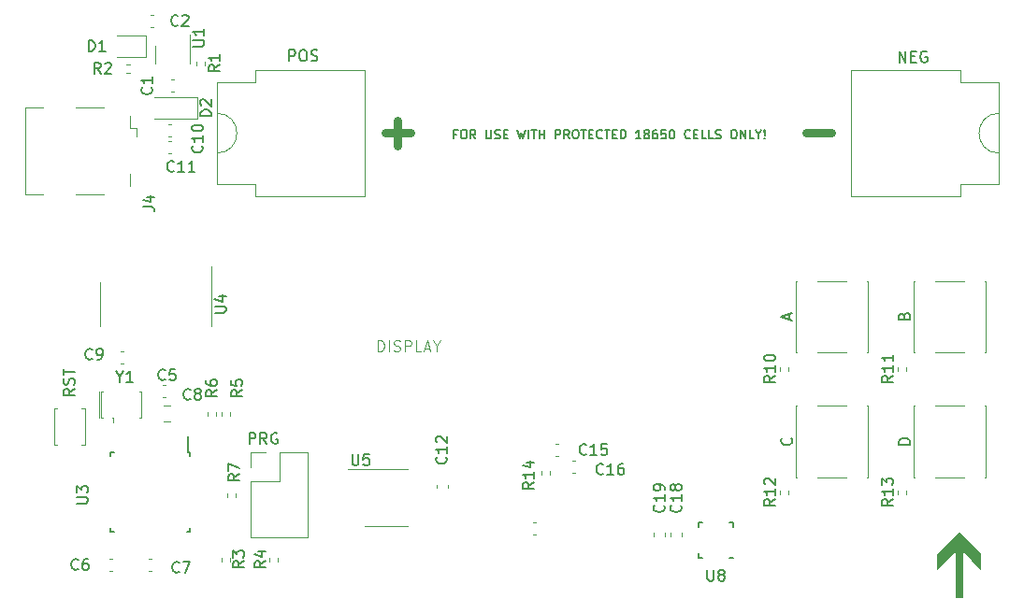
<source format=gbr>
%TF.GenerationSoftware,KiCad,Pcbnew,7.0.7*%
%TF.CreationDate,2023-09-10T20:13:10+02:00*%
%TF.ProjectId,Riddle_PCB,52696464-6c65-45f5-9043-422e6b696361,rev?*%
%TF.SameCoordinates,Original*%
%TF.FileFunction,Legend,Top*%
%TF.FilePolarity,Positive*%
%FSLAX46Y46*%
G04 Gerber Fmt 4.6, Leading zero omitted, Abs format (unit mm)*
G04 Created by KiCad (PCBNEW 7.0.7) date 2023-09-10 20:13:10*
%MOMM*%
%LPD*%
G01*
G04 APERTURE LIST*
%ADD10C,0.750000*%
%ADD11C,0.150000*%
%ADD12C,0.100000*%
%ADD13C,0.120000*%
G04 APERTURE END LIST*
D10*
X174689706Y-72365000D02*
X176975421Y-72365000D01*
X136589706Y-72365000D02*
X138875421Y-72365000D01*
X137732563Y-73507857D02*
X137732563Y-71222142D01*
D11*
X143055826Y-72475247D02*
X142789160Y-72475247D01*
X142789160Y-72894295D02*
X142789160Y-72094295D01*
X142789160Y-72094295D02*
X143170112Y-72094295D01*
X143627255Y-72094295D02*
X143779636Y-72094295D01*
X143779636Y-72094295D02*
X143855826Y-72132390D01*
X143855826Y-72132390D02*
X143932017Y-72208580D01*
X143932017Y-72208580D02*
X143970112Y-72360961D01*
X143970112Y-72360961D02*
X143970112Y-72627628D01*
X143970112Y-72627628D02*
X143932017Y-72780009D01*
X143932017Y-72780009D02*
X143855826Y-72856200D01*
X143855826Y-72856200D02*
X143779636Y-72894295D01*
X143779636Y-72894295D02*
X143627255Y-72894295D01*
X143627255Y-72894295D02*
X143551064Y-72856200D01*
X143551064Y-72856200D02*
X143474874Y-72780009D01*
X143474874Y-72780009D02*
X143436778Y-72627628D01*
X143436778Y-72627628D02*
X143436778Y-72360961D01*
X143436778Y-72360961D02*
X143474874Y-72208580D01*
X143474874Y-72208580D02*
X143551064Y-72132390D01*
X143551064Y-72132390D02*
X143627255Y-72094295D01*
X144770112Y-72894295D02*
X144503445Y-72513342D01*
X144312969Y-72894295D02*
X144312969Y-72094295D01*
X144312969Y-72094295D02*
X144617731Y-72094295D01*
X144617731Y-72094295D02*
X144693921Y-72132390D01*
X144693921Y-72132390D02*
X144732016Y-72170485D01*
X144732016Y-72170485D02*
X144770112Y-72246676D01*
X144770112Y-72246676D02*
X144770112Y-72360961D01*
X144770112Y-72360961D02*
X144732016Y-72437152D01*
X144732016Y-72437152D02*
X144693921Y-72475247D01*
X144693921Y-72475247D02*
X144617731Y-72513342D01*
X144617731Y-72513342D02*
X144312969Y-72513342D01*
X145722493Y-72094295D02*
X145722493Y-72741914D01*
X145722493Y-72741914D02*
X145760588Y-72818104D01*
X145760588Y-72818104D02*
X145798683Y-72856200D01*
X145798683Y-72856200D02*
X145874874Y-72894295D01*
X145874874Y-72894295D02*
X146027255Y-72894295D01*
X146027255Y-72894295D02*
X146103445Y-72856200D01*
X146103445Y-72856200D02*
X146141540Y-72818104D01*
X146141540Y-72818104D02*
X146179636Y-72741914D01*
X146179636Y-72741914D02*
X146179636Y-72094295D01*
X146522492Y-72856200D02*
X146636778Y-72894295D01*
X146636778Y-72894295D02*
X146827254Y-72894295D01*
X146827254Y-72894295D02*
X146903445Y-72856200D01*
X146903445Y-72856200D02*
X146941540Y-72818104D01*
X146941540Y-72818104D02*
X146979635Y-72741914D01*
X146979635Y-72741914D02*
X146979635Y-72665723D01*
X146979635Y-72665723D02*
X146941540Y-72589533D01*
X146941540Y-72589533D02*
X146903445Y-72551438D01*
X146903445Y-72551438D02*
X146827254Y-72513342D01*
X146827254Y-72513342D02*
X146674873Y-72475247D01*
X146674873Y-72475247D02*
X146598683Y-72437152D01*
X146598683Y-72437152D02*
X146560588Y-72399057D01*
X146560588Y-72399057D02*
X146522492Y-72322866D01*
X146522492Y-72322866D02*
X146522492Y-72246676D01*
X146522492Y-72246676D02*
X146560588Y-72170485D01*
X146560588Y-72170485D02*
X146598683Y-72132390D01*
X146598683Y-72132390D02*
X146674873Y-72094295D01*
X146674873Y-72094295D02*
X146865350Y-72094295D01*
X146865350Y-72094295D02*
X146979635Y-72132390D01*
X147322493Y-72475247D02*
X147589159Y-72475247D01*
X147703445Y-72894295D02*
X147322493Y-72894295D01*
X147322493Y-72894295D02*
X147322493Y-72094295D01*
X147322493Y-72094295D02*
X147703445Y-72094295D01*
X148579636Y-72094295D02*
X148770112Y-72894295D01*
X148770112Y-72894295D02*
X148922493Y-72322866D01*
X148922493Y-72322866D02*
X149074874Y-72894295D01*
X149074874Y-72894295D02*
X149265351Y-72094295D01*
X149570113Y-72894295D02*
X149570113Y-72094295D01*
X149836779Y-72094295D02*
X150293922Y-72094295D01*
X150065350Y-72894295D02*
X150065350Y-72094295D01*
X150560589Y-72894295D02*
X150560589Y-72094295D01*
X150560589Y-72475247D02*
X151017732Y-72475247D01*
X151017732Y-72894295D02*
X151017732Y-72094295D01*
X152008208Y-72894295D02*
X152008208Y-72094295D01*
X152008208Y-72094295D02*
X152312970Y-72094295D01*
X152312970Y-72094295D02*
X152389160Y-72132390D01*
X152389160Y-72132390D02*
X152427255Y-72170485D01*
X152427255Y-72170485D02*
X152465351Y-72246676D01*
X152465351Y-72246676D02*
X152465351Y-72360961D01*
X152465351Y-72360961D02*
X152427255Y-72437152D01*
X152427255Y-72437152D02*
X152389160Y-72475247D01*
X152389160Y-72475247D02*
X152312970Y-72513342D01*
X152312970Y-72513342D02*
X152008208Y-72513342D01*
X153265351Y-72894295D02*
X152998684Y-72513342D01*
X152808208Y-72894295D02*
X152808208Y-72094295D01*
X152808208Y-72094295D02*
X153112970Y-72094295D01*
X153112970Y-72094295D02*
X153189160Y-72132390D01*
X153189160Y-72132390D02*
X153227255Y-72170485D01*
X153227255Y-72170485D02*
X153265351Y-72246676D01*
X153265351Y-72246676D02*
X153265351Y-72360961D01*
X153265351Y-72360961D02*
X153227255Y-72437152D01*
X153227255Y-72437152D02*
X153189160Y-72475247D01*
X153189160Y-72475247D02*
X153112970Y-72513342D01*
X153112970Y-72513342D02*
X152808208Y-72513342D01*
X153760589Y-72094295D02*
X153912970Y-72094295D01*
X153912970Y-72094295D02*
X153989160Y-72132390D01*
X153989160Y-72132390D02*
X154065351Y-72208580D01*
X154065351Y-72208580D02*
X154103446Y-72360961D01*
X154103446Y-72360961D02*
X154103446Y-72627628D01*
X154103446Y-72627628D02*
X154065351Y-72780009D01*
X154065351Y-72780009D02*
X153989160Y-72856200D01*
X153989160Y-72856200D02*
X153912970Y-72894295D01*
X153912970Y-72894295D02*
X153760589Y-72894295D01*
X153760589Y-72894295D02*
X153684398Y-72856200D01*
X153684398Y-72856200D02*
X153608208Y-72780009D01*
X153608208Y-72780009D02*
X153570112Y-72627628D01*
X153570112Y-72627628D02*
X153570112Y-72360961D01*
X153570112Y-72360961D02*
X153608208Y-72208580D01*
X153608208Y-72208580D02*
X153684398Y-72132390D01*
X153684398Y-72132390D02*
X153760589Y-72094295D01*
X154332017Y-72094295D02*
X154789160Y-72094295D01*
X154560588Y-72894295D02*
X154560588Y-72094295D01*
X155055827Y-72475247D02*
X155322493Y-72475247D01*
X155436779Y-72894295D02*
X155055827Y-72894295D01*
X155055827Y-72894295D02*
X155055827Y-72094295D01*
X155055827Y-72094295D02*
X155436779Y-72094295D01*
X156236780Y-72818104D02*
X156198684Y-72856200D01*
X156198684Y-72856200D02*
X156084399Y-72894295D01*
X156084399Y-72894295D02*
X156008208Y-72894295D01*
X156008208Y-72894295D02*
X155893922Y-72856200D01*
X155893922Y-72856200D02*
X155817732Y-72780009D01*
X155817732Y-72780009D02*
X155779637Y-72703819D01*
X155779637Y-72703819D02*
X155741541Y-72551438D01*
X155741541Y-72551438D02*
X155741541Y-72437152D01*
X155741541Y-72437152D02*
X155779637Y-72284771D01*
X155779637Y-72284771D02*
X155817732Y-72208580D01*
X155817732Y-72208580D02*
X155893922Y-72132390D01*
X155893922Y-72132390D02*
X156008208Y-72094295D01*
X156008208Y-72094295D02*
X156084399Y-72094295D01*
X156084399Y-72094295D02*
X156198684Y-72132390D01*
X156198684Y-72132390D02*
X156236780Y-72170485D01*
X156465351Y-72094295D02*
X156922494Y-72094295D01*
X156693922Y-72894295D02*
X156693922Y-72094295D01*
X157189161Y-72475247D02*
X157455827Y-72475247D01*
X157570113Y-72894295D02*
X157189161Y-72894295D01*
X157189161Y-72894295D02*
X157189161Y-72094295D01*
X157189161Y-72094295D02*
X157570113Y-72094295D01*
X157912971Y-72894295D02*
X157912971Y-72094295D01*
X157912971Y-72094295D02*
X158103447Y-72094295D01*
X158103447Y-72094295D02*
X158217733Y-72132390D01*
X158217733Y-72132390D02*
X158293923Y-72208580D01*
X158293923Y-72208580D02*
X158332018Y-72284771D01*
X158332018Y-72284771D02*
X158370114Y-72437152D01*
X158370114Y-72437152D02*
X158370114Y-72551438D01*
X158370114Y-72551438D02*
X158332018Y-72703819D01*
X158332018Y-72703819D02*
X158293923Y-72780009D01*
X158293923Y-72780009D02*
X158217733Y-72856200D01*
X158217733Y-72856200D02*
X158103447Y-72894295D01*
X158103447Y-72894295D02*
X157912971Y-72894295D01*
X159741542Y-72894295D02*
X159284399Y-72894295D01*
X159512971Y-72894295D02*
X159512971Y-72094295D01*
X159512971Y-72094295D02*
X159436780Y-72208580D01*
X159436780Y-72208580D02*
X159360590Y-72284771D01*
X159360590Y-72284771D02*
X159284399Y-72322866D01*
X160198685Y-72437152D02*
X160122495Y-72399057D01*
X160122495Y-72399057D02*
X160084400Y-72360961D01*
X160084400Y-72360961D02*
X160046304Y-72284771D01*
X160046304Y-72284771D02*
X160046304Y-72246676D01*
X160046304Y-72246676D02*
X160084400Y-72170485D01*
X160084400Y-72170485D02*
X160122495Y-72132390D01*
X160122495Y-72132390D02*
X160198685Y-72094295D01*
X160198685Y-72094295D02*
X160351066Y-72094295D01*
X160351066Y-72094295D02*
X160427257Y-72132390D01*
X160427257Y-72132390D02*
X160465352Y-72170485D01*
X160465352Y-72170485D02*
X160503447Y-72246676D01*
X160503447Y-72246676D02*
X160503447Y-72284771D01*
X160503447Y-72284771D02*
X160465352Y-72360961D01*
X160465352Y-72360961D02*
X160427257Y-72399057D01*
X160427257Y-72399057D02*
X160351066Y-72437152D01*
X160351066Y-72437152D02*
X160198685Y-72437152D01*
X160198685Y-72437152D02*
X160122495Y-72475247D01*
X160122495Y-72475247D02*
X160084400Y-72513342D01*
X160084400Y-72513342D02*
X160046304Y-72589533D01*
X160046304Y-72589533D02*
X160046304Y-72741914D01*
X160046304Y-72741914D02*
X160084400Y-72818104D01*
X160084400Y-72818104D02*
X160122495Y-72856200D01*
X160122495Y-72856200D02*
X160198685Y-72894295D01*
X160198685Y-72894295D02*
X160351066Y-72894295D01*
X160351066Y-72894295D02*
X160427257Y-72856200D01*
X160427257Y-72856200D02*
X160465352Y-72818104D01*
X160465352Y-72818104D02*
X160503447Y-72741914D01*
X160503447Y-72741914D02*
X160503447Y-72589533D01*
X160503447Y-72589533D02*
X160465352Y-72513342D01*
X160465352Y-72513342D02*
X160427257Y-72475247D01*
X160427257Y-72475247D02*
X160351066Y-72437152D01*
X161189162Y-72094295D02*
X161036781Y-72094295D01*
X161036781Y-72094295D02*
X160960590Y-72132390D01*
X160960590Y-72132390D02*
X160922495Y-72170485D01*
X160922495Y-72170485D02*
X160846305Y-72284771D01*
X160846305Y-72284771D02*
X160808209Y-72437152D01*
X160808209Y-72437152D02*
X160808209Y-72741914D01*
X160808209Y-72741914D02*
X160846305Y-72818104D01*
X160846305Y-72818104D02*
X160884400Y-72856200D01*
X160884400Y-72856200D02*
X160960590Y-72894295D01*
X160960590Y-72894295D02*
X161112971Y-72894295D01*
X161112971Y-72894295D02*
X161189162Y-72856200D01*
X161189162Y-72856200D02*
X161227257Y-72818104D01*
X161227257Y-72818104D02*
X161265352Y-72741914D01*
X161265352Y-72741914D02*
X161265352Y-72551438D01*
X161265352Y-72551438D02*
X161227257Y-72475247D01*
X161227257Y-72475247D02*
X161189162Y-72437152D01*
X161189162Y-72437152D02*
X161112971Y-72399057D01*
X161112971Y-72399057D02*
X160960590Y-72399057D01*
X160960590Y-72399057D02*
X160884400Y-72437152D01*
X160884400Y-72437152D02*
X160846305Y-72475247D01*
X160846305Y-72475247D02*
X160808209Y-72551438D01*
X161989162Y-72094295D02*
X161608210Y-72094295D01*
X161608210Y-72094295D02*
X161570114Y-72475247D01*
X161570114Y-72475247D02*
X161608210Y-72437152D01*
X161608210Y-72437152D02*
X161684400Y-72399057D01*
X161684400Y-72399057D02*
X161874876Y-72399057D01*
X161874876Y-72399057D02*
X161951067Y-72437152D01*
X161951067Y-72437152D02*
X161989162Y-72475247D01*
X161989162Y-72475247D02*
X162027257Y-72551438D01*
X162027257Y-72551438D02*
X162027257Y-72741914D01*
X162027257Y-72741914D02*
X161989162Y-72818104D01*
X161989162Y-72818104D02*
X161951067Y-72856200D01*
X161951067Y-72856200D02*
X161874876Y-72894295D01*
X161874876Y-72894295D02*
X161684400Y-72894295D01*
X161684400Y-72894295D02*
X161608210Y-72856200D01*
X161608210Y-72856200D02*
X161570114Y-72818104D01*
X162522496Y-72094295D02*
X162598686Y-72094295D01*
X162598686Y-72094295D02*
X162674877Y-72132390D01*
X162674877Y-72132390D02*
X162712972Y-72170485D01*
X162712972Y-72170485D02*
X162751067Y-72246676D01*
X162751067Y-72246676D02*
X162789162Y-72399057D01*
X162789162Y-72399057D02*
X162789162Y-72589533D01*
X162789162Y-72589533D02*
X162751067Y-72741914D01*
X162751067Y-72741914D02*
X162712972Y-72818104D01*
X162712972Y-72818104D02*
X162674877Y-72856200D01*
X162674877Y-72856200D02*
X162598686Y-72894295D01*
X162598686Y-72894295D02*
X162522496Y-72894295D01*
X162522496Y-72894295D02*
X162446305Y-72856200D01*
X162446305Y-72856200D02*
X162408210Y-72818104D01*
X162408210Y-72818104D02*
X162370115Y-72741914D01*
X162370115Y-72741914D02*
X162332019Y-72589533D01*
X162332019Y-72589533D02*
X162332019Y-72399057D01*
X162332019Y-72399057D02*
X162370115Y-72246676D01*
X162370115Y-72246676D02*
X162408210Y-72170485D01*
X162408210Y-72170485D02*
X162446305Y-72132390D01*
X162446305Y-72132390D02*
X162522496Y-72094295D01*
X164198687Y-72818104D02*
X164160591Y-72856200D01*
X164160591Y-72856200D02*
X164046306Y-72894295D01*
X164046306Y-72894295D02*
X163970115Y-72894295D01*
X163970115Y-72894295D02*
X163855829Y-72856200D01*
X163855829Y-72856200D02*
X163779639Y-72780009D01*
X163779639Y-72780009D02*
X163741544Y-72703819D01*
X163741544Y-72703819D02*
X163703448Y-72551438D01*
X163703448Y-72551438D02*
X163703448Y-72437152D01*
X163703448Y-72437152D02*
X163741544Y-72284771D01*
X163741544Y-72284771D02*
X163779639Y-72208580D01*
X163779639Y-72208580D02*
X163855829Y-72132390D01*
X163855829Y-72132390D02*
X163970115Y-72094295D01*
X163970115Y-72094295D02*
X164046306Y-72094295D01*
X164046306Y-72094295D02*
X164160591Y-72132390D01*
X164160591Y-72132390D02*
X164198687Y-72170485D01*
X164541544Y-72475247D02*
X164808210Y-72475247D01*
X164922496Y-72894295D02*
X164541544Y-72894295D01*
X164541544Y-72894295D02*
X164541544Y-72094295D01*
X164541544Y-72094295D02*
X164922496Y-72094295D01*
X165646306Y-72894295D02*
X165265354Y-72894295D01*
X165265354Y-72894295D02*
X165265354Y-72094295D01*
X166293925Y-72894295D02*
X165912973Y-72894295D01*
X165912973Y-72894295D02*
X165912973Y-72094295D01*
X166522496Y-72856200D02*
X166636782Y-72894295D01*
X166636782Y-72894295D02*
X166827258Y-72894295D01*
X166827258Y-72894295D02*
X166903449Y-72856200D01*
X166903449Y-72856200D02*
X166941544Y-72818104D01*
X166941544Y-72818104D02*
X166979639Y-72741914D01*
X166979639Y-72741914D02*
X166979639Y-72665723D01*
X166979639Y-72665723D02*
X166941544Y-72589533D01*
X166941544Y-72589533D02*
X166903449Y-72551438D01*
X166903449Y-72551438D02*
X166827258Y-72513342D01*
X166827258Y-72513342D02*
X166674877Y-72475247D01*
X166674877Y-72475247D02*
X166598687Y-72437152D01*
X166598687Y-72437152D02*
X166560592Y-72399057D01*
X166560592Y-72399057D02*
X166522496Y-72322866D01*
X166522496Y-72322866D02*
X166522496Y-72246676D01*
X166522496Y-72246676D02*
X166560592Y-72170485D01*
X166560592Y-72170485D02*
X166598687Y-72132390D01*
X166598687Y-72132390D02*
X166674877Y-72094295D01*
X166674877Y-72094295D02*
X166865354Y-72094295D01*
X166865354Y-72094295D02*
X166979639Y-72132390D01*
X168084402Y-72094295D02*
X168236783Y-72094295D01*
X168236783Y-72094295D02*
X168312973Y-72132390D01*
X168312973Y-72132390D02*
X168389164Y-72208580D01*
X168389164Y-72208580D02*
X168427259Y-72360961D01*
X168427259Y-72360961D02*
X168427259Y-72627628D01*
X168427259Y-72627628D02*
X168389164Y-72780009D01*
X168389164Y-72780009D02*
X168312973Y-72856200D01*
X168312973Y-72856200D02*
X168236783Y-72894295D01*
X168236783Y-72894295D02*
X168084402Y-72894295D01*
X168084402Y-72894295D02*
X168008211Y-72856200D01*
X168008211Y-72856200D02*
X167932021Y-72780009D01*
X167932021Y-72780009D02*
X167893925Y-72627628D01*
X167893925Y-72627628D02*
X167893925Y-72360961D01*
X167893925Y-72360961D02*
X167932021Y-72208580D01*
X167932021Y-72208580D02*
X168008211Y-72132390D01*
X168008211Y-72132390D02*
X168084402Y-72094295D01*
X168770116Y-72894295D02*
X168770116Y-72094295D01*
X168770116Y-72094295D02*
X169227259Y-72894295D01*
X169227259Y-72894295D02*
X169227259Y-72094295D01*
X169989163Y-72894295D02*
X169608211Y-72894295D01*
X169608211Y-72894295D02*
X169608211Y-72094295D01*
X170408211Y-72513342D02*
X170408211Y-72894295D01*
X170141544Y-72094295D02*
X170408211Y-72513342D01*
X170408211Y-72513342D02*
X170674877Y-72094295D01*
X170941544Y-72818104D02*
X170979639Y-72856200D01*
X170979639Y-72856200D02*
X170941544Y-72894295D01*
X170941544Y-72894295D02*
X170903448Y-72856200D01*
X170903448Y-72856200D02*
X170941544Y-72818104D01*
X170941544Y-72818104D02*
X170941544Y-72894295D01*
X170941544Y-72589533D02*
X170903448Y-72132390D01*
X170903448Y-72132390D02*
X170941544Y-72094295D01*
X170941544Y-72094295D02*
X170979639Y-72132390D01*
X170979639Y-72132390D02*
X170941544Y-72589533D01*
X170941544Y-72589533D02*
X170941544Y-72094295D01*
X108454819Y-95547619D02*
X107978628Y-95880952D01*
X108454819Y-96119047D02*
X107454819Y-96119047D01*
X107454819Y-96119047D02*
X107454819Y-95738095D01*
X107454819Y-95738095D02*
X107502438Y-95642857D01*
X107502438Y-95642857D02*
X107550057Y-95595238D01*
X107550057Y-95595238D02*
X107645295Y-95547619D01*
X107645295Y-95547619D02*
X107788152Y-95547619D01*
X107788152Y-95547619D02*
X107883390Y-95595238D01*
X107883390Y-95595238D02*
X107931009Y-95642857D01*
X107931009Y-95642857D02*
X107978628Y-95738095D01*
X107978628Y-95738095D02*
X107978628Y-96119047D01*
X108407200Y-95166666D02*
X108454819Y-95023809D01*
X108454819Y-95023809D02*
X108454819Y-94785714D01*
X108454819Y-94785714D02*
X108407200Y-94690476D01*
X108407200Y-94690476D02*
X108359580Y-94642857D01*
X108359580Y-94642857D02*
X108264342Y-94595238D01*
X108264342Y-94595238D02*
X108169104Y-94595238D01*
X108169104Y-94595238D02*
X108073866Y-94642857D01*
X108073866Y-94642857D02*
X108026247Y-94690476D01*
X108026247Y-94690476D02*
X107978628Y-94785714D01*
X107978628Y-94785714D02*
X107931009Y-94976190D01*
X107931009Y-94976190D02*
X107883390Y-95071428D01*
X107883390Y-95071428D02*
X107835771Y-95119047D01*
X107835771Y-95119047D02*
X107740533Y-95166666D01*
X107740533Y-95166666D02*
X107645295Y-95166666D01*
X107645295Y-95166666D02*
X107550057Y-95119047D01*
X107550057Y-95119047D02*
X107502438Y-95071428D01*
X107502438Y-95071428D02*
X107454819Y-94976190D01*
X107454819Y-94976190D02*
X107454819Y-94738095D01*
X107454819Y-94738095D02*
X107502438Y-94595238D01*
X107454819Y-94309523D02*
X107454819Y-93738095D01*
X108454819Y-94023809D02*
X107454819Y-94023809D01*
X120850819Y-70842094D02*
X119850819Y-70842094D01*
X119850819Y-70842094D02*
X119850819Y-70603999D01*
X119850819Y-70603999D02*
X119898438Y-70461142D01*
X119898438Y-70461142D02*
X119993676Y-70365904D01*
X119993676Y-70365904D02*
X120088914Y-70318285D01*
X120088914Y-70318285D02*
X120279390Y-70270666D01*
X120279390Y-70270666D02*
X120422247Y-70270666D01*
X120422247Y-70270666D02*
X120612723Y-70318285D01*
X120612723Y-70318285D02*
X120707961Y-70365904D01*
X120707961Y-70365904D02*
X120803200Y-70461142D01*
X120803200Y-70461142D02*
X120850819Y-70603999D01*
X120850819Y-70603999D02*
X120850819Y-70842094D01*
X119946057Y-69889713D02*
X119898438Y-69842094D01*
X119898438Y-69842094D02*
X119850819Y-69746856D01*
X119850819Y-69746856D02*
X119850819Y-69508761D01*
X119850819Y-69508761D02*
X119898438Y-69413523D01*
X119898438Y-69413523D02*
X119946057Y-69365904D01*
X119946057Y-69365904D02*
X120041295Y-69318285D01*
X120041295Y-69318285D02*
X120136533Y-69318285D01*
X120136533Y-69318285D02*
X120279390Y-69365904D01*
X120279390Y-69365904D02*
X120850819Y-69937332D01*
X120850819Y-69937332D02*
X120850819Y-69318285D01*
X127884095Y-65844819D02*
X127884095Y-64844819D01*
X127884095Y-64844819D02*
X128265047Y-64844819D01*
X128265047Y-64844819D02*
X128360285Y-64892438D01*
X128360285Y-64892438D02*
X128407904Y-64940057D01*
X128407904Y-64940057D02*
X128455523Y-65035295D01*
X128455523Y-65035295D02*
X128455523Y-65178152D01*
X128455523Y-65178152D02*
X128407904Y-65273390D01*
X128407904Y-65273390D02*
X128360285Y-65321009D01*
X128360285Y-65321009D02*
X128265047Y-65368628D01*
X128265047Y-65368628D02*
X127884095Y-65368628D01*
X129074571Y-64844819D02*
X129265047Y-64844819D01*
X129265047Y-64844819D02*
X129360285Y-64892438D01*
X129360285Y-64892438D02*
X129455523Y-64987676D01*
X129455523Y-64987676D02*
X129503142Y-65178152D01*
X129503142Y-65178152D02*
X129503142Y-65511485D01*
X129503142Y-65511485D02*
X129455523Y-65701961D01*
X129455523Y-65701961D02*
X129360285Y-65797200D01*
X129360285Y-65797200D02*
X129265047Y-65844819D01*
X129265047Y-65844819D02*
X129074571Y-65844819D01*
X129074571Y-65844819D02*
X128979333Y-65797200D01*
X128979333Y-65797200D02*
X128884095Y-65701961D01*
X128884095Y-65701961D02*
X128836476Y-65511485D01*
X128836476Y-65511485D02*
X128836476Y-65178152D01*
X128836476Y-65178152D02*
X128884095Y-64987676D01*
X128884095Y-64987676D02*
X128979333Y-64892438D01*
X128979333Y-64892438D02*
X129074571Y-64844819D01*
X129884095Y-65797200D02*
X130026952Y-65844819D01*
X130026952Y-65844819D02*
X130265047Y-65844819D01*
X130265047Y-65844819D02*
X130360285Y-65797200D01*
X130360285Y-65797200D02*
X130407904Y-65749580D01*
X130407904Y-65749580D02*
X130455523Y-65654342D01*
X130455523Y-65654342D02*
X130455523Y-65559104D01*
X130455523Y-65559104D02*
X130407904Y-65463866D01*
X130407904Y-65463866D02*
X130360285Y-65416247D01*
X130360285Y-65416247D02*
X130265047Y-65368628D01*
X130265047Y-65368628D02*
X130074571Y-65321009D01*
X130074571Y-65321009D02*
X129979333Y-65273390D01*
X129979333Y-65273390D02*
X129931714Y-65225771D01*
X129931714Y-65225771D02*
X129884095Y-65130533D01*
X129884095Y-65130533D02*
X129884095Y-65035295D01*
X129884095Y-65035295D02*
X129931714Y-64940057D01*
X129931714Y-64940057D02*
X129979333Y-64892438D01*
X129979333Y-64892438D02*
X130074571Y-64844819D01*
X130074571Y-64844819D02*
X130312666Y-64844819D01*
X130312666Y-64844819D02*
X130455523Y-64892438D01*
X183147905Y-65954819D02*
X183147905Y-64954819D01*
X183147905Y-64954819D02*
X183719333Y-65954819D01*
X183719333Y-65954819D02*
X183719333Y-64954819D01*
X184195524Y-65431009D02*
X184528857Y-65431009D01*
X184671714Y-65954819D02*
X184195524Y-65954819D01*
X184195524Y-65954819D02*
X184195524Y-64954819D01*
X184195524Y-64954819D02*
X184671714Y-64954819D01*
X185624095Y-65002438D02*
X185528857Y-64954819D01*
X185528857Y-64954819D02*
X185386000Y-64954819D01*
X185386000Y-64954819D02*
X185243143Y-65002438D01*
X185243143Y-65002438D02*
X185147905Y-65097676D01*
X185147905Y-65097676D02*
X185100286Y-65192914D01*
X185100286Y-65192914D02*
X185052667Y-65383390D01*
X185052667Y-65383390D02*
X185052667Y-65526247D01*
X185052667Y-65526247D02*
X185100286Y-65716723D01*
X185100286Y-65716723D02*
X185147905Y-65811961D01*
X185147905Y-65811961D02*
X185243143Y-65907200D01*
X185243143Y-65907200D02*
X185386000Y-65954819D01*
X185386000Y-65954819D02*
X185481238Y-65954819D01*
X185481238Y-65954819D02*
X185624095Y-65907200D01*
X185624095Y-65907200D02*
X185671714Y-65859580D01*
X185671714Y-65859580D02*
X185671714Y-65526247D01*
X185671714Y-65526247D02*
X185481238Y-65526247D01*
X112553809Y-94466628D02*
X112553809Y-94942819D01*
X112220476Y-93942819D02*
X112553809Y-94466628D01*
X112553809Y-94466628D02*
X112887142Y-93942819D01*
X113744285Y-94942819D02*
X113172857Y-94942819D01*
X113458571Y-94942819D02*
X113458571Y-93942819D01*
X113458571Y-93942819D02*
X113363333Y-94085676D01*
X113363333Y-94085676D02*
X113268095Y-94180914D01*
X113268095Y-94180914D02*
X113172857Y-94228533D01*
X165770095Y-111948819D02*
X165770095Y-112758342D01*
X165770095Y-112758342D02*
X165817714Y-112853580D01*
X165817714Y-112853580D02*
X165865333Y-112901200D01*
X165865333Y-112901200D02*
X165960571Y-112948819D01*
X165960571Y-112948819D02*
X166151047Y-112948819D01*
X166151047Y-112948819D02*
X166246285Y-112901200D01*
X166246285Y-112901200D02*
X166293904Y-112853580D01*
X166293904Y-112853580D02*
X166341523Y-112758342D01*
X166341523Y-112758342D02*
X166341523Y-111948819D01*
X166960571Y-112377390D02*
X166865333Y-112329771D01*
X166865333Y-112329771D02*
X166817714Y-112282152D01*
X166817714Y-112282152D02*
X166770095Y-112186914D01*
X166770095Y-112186914D02*
X166770095Y-112139295D01*
X166770095Y-112139295D02*
X166817714Y-112044057D01*
X166817714Y-112044057D02*
X166865333Y-111996438D01*
X166865333Y-111996438D02*
X166960571Y-111948819D01*
X166960571Y-111948819D02*
X167151047Y-111948819D01*
X167151047Y-111948819D02*
X167246285Y-111996438D01*
X167246285Y-111996438D02*
X167293904Y-112044057D01*
X167293904Y-112044057D02*
X167341523Y-112139295D01*
X167341523Y-112139295D02*
X167341523Y-112186914D01*
X167341523Y-112186914D02*
X167293904Y-112282152D01*
X167293904Y-112282152D02*
X167246285Y-112329771D01*
X167246285Y-112329771D02*
X167151047Y-112377390D01*
X167151047Y-112377390D02*
X166960571Y-112377390D01*
X166960571Y-112377390D02*
X166865333Y-112425009D01*
X166865333Y-112425009D02*
X166817714Y-112472628D01*
X166817714Y-112472628D02*
X166770095Y-112567866D01*
X166770095Y-112567866D02*
X166770095Y-112758342D01*
X166770095Y-112758342D02*
X166817714Y-112853580D01*
X166817714Y-112853580D02*
X166865333Y-112901200D01*
X166865333Y-112901200D02*
X166960571Y-112948819D01*
X166960571Y-112948819D02*
X167151047Y-112948819D01*
X167151047Y-112948819D02*
X167246285Y-112901200D01*
X167246285Y-112901200D02*
X167293904Y-112853580D01*
X167293904Y-112853580D02*
X167341523Y-112758342D01*
X167341523Y-112758342D02*
X167341523Y-112567866D01*
X167341523Y-112567866D02*
X167293904Y-112472628D01*
X167293904Y-112472628D02*
X167246285Y-112425009D01*
X167246285Y-112425009D02*
X167151047Y-112377390D01*
X133604095Y-101464819D02*
X133604095Y-102274342D01*
X133604095Y-102274342D02*
X133651714Y-102369580D01*
X133651714Y-102369580D02*
X133699333Y-102417200D01*
X133699333Y-102417200D02*
X133794571Y-102464819D01*
X133794571Y-102464819D02*
X133985047Y-102464819D01*
X133985047Y-102464819D02*
X134080285Y-102417200D01*
X134080285Y-102417200D02*
X134127904Y-102369580D01*
X134127904Y-102369580D02*
X134175523Y-102274342D01*
X134175523Y-102274342D02*
X134175523Y-101464819D01*
X135127904Y-101464819D02*
X134651714Y-101464819D01*
X134651714Y-101464819D02*
X134604095Y-101941009D01*
X134604095Y-101941009D02*
X134651714Y-101893390D01*
X134651714Y-101893390D02*
X134746952Y-101845771D01*
X134746952Y-101845771D02*
X134985047Y-101845771D01*
X134985047Y-101845771D02*
X135080285Y-101893390D01*
X135080285Y-101893390D02*
X135127904Y-101941009D01*
X135127904Y-101941009D02*
X135175523Y-102036247D01*
X135175523Y-102036247D02*
X135175523Y-102274342D01*
X135175523Y-102274342D02*
X135127904Y-102369580D01*
X135127904Y-102369580D02*
X135080285Y-102417200D01*
X135080285Y-102417200D02*
X134985047Y-102464819D01*
X134985047Y-102464819D02*
X134746952Y-102464819D01*
X134746952Y-102464819D02*
X134651714Y-102417200D01*
X134651714Y-102417200D02*
X134604095Y-102369580D01*
X121178819Y-88645904D02*
X121988342Y-88645904D01*
X121988342Y-88645904D02*
X122083580Y-88598285D01*
X122083580Y-88598285D02*
X122131200Y-88550666D01*
X122131200Y-88550666D02*
X122178819Y-88455428D01*
X122178819Y-88455428D02*
X122178819Y-88264952D01*
X122178819Y-88264952D02*
X122131200Y-88169714D01*
X122131200Y-88169714D02*
X122083580Y-88122095D01*
X122083580Y-88122095D02*
X121988342Y-88074476D01*
X121988342Y-88074476D02*
X121178819Y-88074476D01*
X121512152Y-87169714D02*
X122178819Y-87169714D01*
X121131200Y-87407809D02*
X121845485Y-87645904D01*
X121845485Y-87645904D02*
X121845485Y-87026857D01*
X108674819Y-105917904D02*
X109484342Y-105917904D01*
X109484342Y-105917904D02*
X109579580Y-105870285D01*
X109579580Y-105870285D02*
X109627200Y-105822666D01*
X109627200Y-105822666D02*
X109674819Y-105727428D01*
X109674819Y-105727428D02*
X109674819Y-105536952D01*
X109674819Y-105536952D02*
X109627200Y-105441714D01*
X109627200Y-105441714D02*
X109579580Y-105394095D01*
X109579580Y-105394095D02*
X109484342Y-105346476D01*
X109484342Y-105346476D02*
X108674819Y-105346476D01*
X108674819Y-104965523D02*
X108674819Y-104346476D01*
X108674819Y-104346476D02*
X109055771Y-104679809D01*
X109055771Y-104679809D02*
X109055771Y-104536952D01*
X109055771Y-104536952D02*
X109103390Y-104441714D01*
X109103390Y-104441714D02*
X109151009Y-104394095D01*
X109151009Y-104394095D02*
X109246247Y-104346476D01*
X109246247Y-104346476D02*
X109484342Y-104346476D01*
X109484342Y-104346476D02*
X109579580Y-104394095D01*
X109579580Y-104394095D02*
X109627200Y-104441714D01*
X109627200Y-104441714D02*
X109674819Y-104536952D01*
X109674819Y-104536952D02*
X109674819Y-104822666D01*
X109674819Y-104822666D02*
X109627200Y-104917904D01*
X109627200Y-104917904D02*
X109579580Y-104965523D01*
X119202819Y-64515904D02*
X120012342Y-64515904D01*
X120012342Y-64515904D02*
X120107580Y-64468285D01*
X120107580Y-64468285D02*
X120155200Y-64420666D01*
X120155200Y-64420666D02*
X120202819Y-64325428D01*
X120202819Y-64325428D02*
X120202819Y-64134952D01*
X120202819Y-64134952D02*
X120155200Y-64039714D01*
X120155200Y-64039714D02*
X120107580Y-63992095D01*
X120107580Y-63992095D02*
X120012342Y-63944476D01*
X120012342Y-63944476D02*
X119202819Y-63944476D01*
X120202819Y-62944476D02*
X120202819Y-63515904D01*
X120202819Y-63230190D02*
X119202819Y-63230190D01*
X119202819Y-63230190D02*
X119345676Y-63325428D01*
X119345676Y-63325428D02*
X119440914Y-63420666D01*
X119440914Y-63420666D02*
X119488533Y-63515904D01*
X184110819Y-100591904D02*
X183110819Y-100591904D01*
X183110819Y-100591904D02*
X183110819Y-100353809D01*
X183110819Y-100353809D02*
X183158438Y-100210952D01*
X183158438Y-100210952D02*
X183253676Y-100115714D01*
X183253676Y-100115714D02*
X183348914Y-100068095D01*
X183348914Y-100068095D02*
X183539390Y-100020476D01*
X183539390Y-100020476D02*
X183682247Y-100020476D01*
X183682247Y-100020476D02*
X183872723Y-100068095D01*
X183872723Y-100068095D02*
X183967961Y-100115714D01*
X183967961Y-100115714D02*
X184063200Y-100210952D01*
X184063200Y-100210952D02*
X184110819Y-100353809D01*
X184110819Y-100353809D02*
X184110819Y-100591904D01*
X173347580Y-100020476D02*
X173395200Y-100068095D01*
X173395200Y-100068095D02*
X173442819Y-100210952D01*
X173442819Y-100210952D02*
X173442819Y-100306190D01*
X173442819Y-100306190D02*
X173395200Y-100449047D01*
X173395200Y-100449047D02*
X173299961Y-100544285D01*
X173299961Y-100544285D02*
X173204723Y-100591904D01*
X173204723Y-100591904D02*
X173014247Y-100639523D01*
X173014247Y-100639523D02*
X172871390Y-100639523D01*
X172871390Y-100639523D02*
X172680914Y-100591904D01*
X172680914Y-100591904D02*
X172585676Y-100544285D01*
X172585676Y-100544285D02*
X172490438Y-100449047D01*
X172490438Y-100449047D02*
X172442819Y-100306190D01*
X172442819Y-100306190D02*
X172442819Y-100210952D01*
X172442819Y-100210952D02*
X172490438Y-100068095D01*
X172490438Y-100068095D02*
X172538057Y-100020476D01*
X183587009Y-88928571D02*
X183634628Y-88785714D01*
X183634628Y-88785714D02*
X183682247Y-88738095D01*
X183682247Y-88738095D02*
X183777485Y-88690476D01*
X183777485Y-88690476D02*
X183920342Y-88690476D01*
X183920342Y-88690476D02*
X184015580Y-88738095D01*
X184015580Y-88738095D02*
X184063200Y-88785714D01*
X184063200Y-88785714D02*
X184110819Y-88880952D01*
X184110819Y-88880952D02*
X184110819Y-89261904D01*
X184110819Y-89261904D02*
X183110819Y-89261904D01*
X183110819Y-89261904D02*
X183110819Y-88928571D01*
X183110819Y-88928571D02*
X183158438Y-88833333D01*
X183158438Y-88833333D02*
X183206057Y-88785714D01*
X183206057Y-88785714D02*
X183301295Y-88738095D01*
X183301295Y-88738095D02*
X183396533Y-88738095D01*
X183396533Y-88738095D02*
X183491771Y-88785714D01*
X183491771Y-88785714D02*
X183539390Y-88833333D01*
X183539390Y-88833333D02*
X183587009Y-88928571D01*
X183587009Y-88928571D02*
X183587009Y-89261904D01*
X173157104Y-89238094D02*
X173157104Y-88761904D01*
X173442819Y-89333332D02*
X172442819Y-88999999D01*
X172442819Y-88999999D02*
X173442819Y-88666666D01*
X150060819Y-104020857D02*
X149584628Y-104354190D01*
X150060819Y-104592285D02*
X149060819Y-104592285D01*
X149060819Y-104592285D02*
X149060819Y-104211333D01*
X149060819Y-104211333D02*
X149108438Y-104116095D01*
X149108438Y-104116095D02*
X149156057Y-104068476D01*
X149156057Y-104068476D02*
X149251295Y-104020857D01*
X149251295Y-104020857D02*
X149394152Y-104020857D01*
X149394152Y-104020857D02*
X149489390Y-104068476D01*
X149489390Y-104068476D02*
X149537009Y-104116095D01*
X149537009Y-104116095D02*
X149584628Y-104211333D01*
X149584628Y-104211333D02*
X149584628Y-104592285D01*
X150060819Y-103068476D02*
X150060819Y-103639904D01*
X150060819Y-103354190D02*
X149060819Y-103354190D01*
X149060819Y-103354190D02*
X149203676Y-103449428D01*
X149203676Y-103449428D02*
X149298914Y-103544666D01*
X149298914Y-103544666D02*
X149346533Y-103639904D01*
X149394152Y-102211333D02*
X150060819Y-102211333D01*
X149013200Y-102449428D02*
X149727485Y-102687523D01*
X149727485Y-102687523D02*
X149727485Y-102068476D01*
X182572819Y-105544857D02*
X182096628Y-105878190D01*
X182572819Y-106116285D02*
X181572819Y-106116285D01*
X181572819Y-106116285D02*
X181572819Y-105735333D01*
X181572819Y-105735333D02*
X181620438Y-105640095D01*
X181620438Y-105640095D02*
X181668057Y-105592476D01*
X181668057Y-105592476D02*
X181763295Y-105544857D01*
X181763295Y-105544857D02*
X181906152Y-105544857D01*
X181906152Y-105544857D02*
X182001390Y-105592476D01*
X182001390Y-105592476D02*
X182049009Y-105640095D01*
X182049009Y-105640095D02*
X182096628Y-105735333D01*
X182096628Y-105735333D02*
X182096628Y-106116285D01*
X182572819Y-104592476D02*
X182572819Y-105163904D01*
X182572819Y-104878190D02*
X181572819Y-104878190D01*
X181572819Y-104878190D02*
X181715676Y-104973428D01*
X181715676Y-104973428D02*
X181810914Y-105068666D01*
X181810914Y-105068666D02*
X181858533Y-105163904D01*
X181572819Y-104259142D02*
X181572819Y-103640095D01*
X181572819Y-103640095D02*
X181953771Y-103973428D01*
X181953771Y-103973428D02*
X181953771Y-103830571D01*
X181953771Y-103830571D02*
X182001390Y-103735333D01*
X182001390Y-103735333D02*
X182049009Y-103687714D01*
X182049009Y-103687714D02*
X182144247Y-103640095D01*
X182144247Y-103640095D02*
X182382342Y-103640095D01*
X182382342Y-103640095D02*
X182477580Y-103687714D01*
X182477580Y-103687714D02*
X182525200Y-103735333D01*
X182525200Y-103735333D02*
X182572819Y-103830571D01*
X182572819Y-103830571D02*
X182572819Y-104116285D01*
X182572819Y-104116285D02*
X182525200Y-104211523D01*
X182525200Y-104211523D02*
X182477580Y-104259142D01*
X171904819Y-105544857D02*
X171428628Y-105878190D01*
X171904819Y-106116285D02*
X170904819Y-106116285D01*
X170904819Y-106116285D02*
X170904819Y-105735333D01*
X170904819Y-105735333D02*
X170952438Y-105640095D01*
X170952438Y-105640095D02*
X171000057Y-105592476D01*
X171000057Y-105592476D02*
X171095295Y-105544857D01*
X171095295Y-105544857D02*
X171238152Y-105544857D01*
X171238152Y-105544857D02*
X171333390Y-105592476D01*
X171333390Y-105592476D02*
X171381009Y-105640095D01*
X171381009Y-105640095D02*
X171428628Y-105735333D01*
X171428628Y-105735333D02*
X171428628Y-106116285D01*
X171904819Y-104592476D02*
X171904819Y-105163904D01*
X171904819Y-104878190D02*
X170904819Y-104878190D01*
X170904819Y-104878190D02*
X171047676Y-104973428D01*
X171047676Y-104973428D02*
X171142914Y-105068666D01*
X171142914Y-105068666D02*
X171190533Y-105163904D01*
X171000057Y-104211523D02*
X170952438Y-104163904D01*
X170952438Y-104163904D02*
X170904819Y-104068666D01*
X170904819Y-104068666D02*
X170904819Y-103830571D01*
X170904819Y-103830571D02*
X170952438Y-103735333D01*
X170952438Y-103735333D02*
X171000057Y-103687714D01*
X171000057Y-103687714D02*
X171095295Y-103640095D01*
X171095295Y-103640095D02*
X171190533Y-103640095D01*
X171190533Y-103640095D02*
X171333390Y-103687714D01*
X171333390Y-103687714D02*
X171904819Y-104259142D01*
X171904819Y-104259142D02*
X171904819Y-103640095D01*
X182572819Y-94368857D02*
X182096628Y-94702190D01*
X182572819Y-94940285D02*
X181572819Y-94940285D01*
X181572819Y-94940285D02*
X181572819Y-94559333D01*
X181572819Y-94559333D02*
X181620438Y-94464095D01*
X181620438Y-94464095D02*
X181668057Y-94416476D01*
X181668057Y-94416476D02*
X181763295Y-94368857D01*
X181763295Y-94368857D02*
X181906152Y-94368857D01*
X181906152Y-94368857D02*
X182001390Y-94416476D01*
X182001390Y-94416476D02*
X182049009Y-94464095D01*
X182049009Y-94464095D02*
X182096628Y-94559333D01*
X182096628Y-94559333D02*
X182096628Y-94940285D01*
X182572819Y-93416476D02*
X182572819Y-93987904D01*
X182572819Y-93702190D02*
X181572819Y-93702190D01*
X181572819Y-93702190D02*
X181715676Y-93797428D01*
X181715676Y-93797428D02*
X181810914Y-93892666D01*
X181810914Y-93892666D02*
X181858533Y-93987904D01*
X182572819Y-92464095D02*
X182572819Y-93035523D01*
X182572819Y-92749809D02*
X181572819Y-92749809D01*
X181572819Y-92749809D02*
X181715676Y-92845047D01*
X181715676Y-92845047D02*
X181810914Y-92940285D01*
X181810914Y-92940285D02*
X181858533Y-93035523D01*
X171904819Y-94368857D02*
X171428628Y-94702190D01*
X171904819Y-94940285D02*
X170904819Y-94940285D01*
X170904819Y-94940285D02*
X170904819Y-94559333D01*
X170904819Y-94559333D02*
X170952438Y-94464095D01*
X170952438Y-94464095D02*
X171000057Y-94416476D01*
X171000057Y-94416476D02*
X171095295Y-94368857D01*
X171095295Y-94368857D02*
X171238152Y-94368857D01*
X171238152Y-94368857D02*
X171333390Y-94416476D01*
X171333390Y-94416476D02*
X171381009Y-94464095D01*
X171381009Y-94464095D02*
X171428628Y-94559333D01*
X171428628Y-94559333D02*
X171428628Y-94940285D01*
X171904819Y-93416476D02*
X171904819Y-93987904D01*
X171904819Y-93702190D02*
X170904819Y-93702190D01*
X170904819Y-93702190D02*
X171047676Y-93797428D01*
X171047676Y-93797428D02*
X171142914Y-93892666D01*
X171142914Y-93892666D02*
X171190533Y-93987904D01*
X170904819Y-92797428D02*
X170904819Y-92702190D01*
X170904819Y-92702190D02*
X170952438Y-92606952D01*
X170952438Y-92606952D02*
X171000057Y-92559333D01*
X171000057Y-92559333D02*
X171095295Y-92511714D01*
X171095295Y-92511714D02*
X171285771Y-92464095D01*
X171285771Y-92464095D02*
X171523866Y-92464095D01*
X171523866Y-92464095D02*
X171714342Y-92511714D01*
X171714342Y-92511714D02*
X171809580Y-92559333D01*
X171809580Y-92559333D02*
X171857200Y-92606952D01*
X171857200Y-92606952D02*
X171904819Y-92702190D01*
X171904819Y-92702190D02*
X171904819Y-92797428D01*
X171904819Y-92797428D02*
X171857200Y-92892666D01*
X171857200Y-92892666D02*
X171809580Y-92940285D01*
X171809580Y-92940285D02*
X171714342Y-92987904D01*
X171714342Y-92987904D02*
X171523866Y-93035523D01*
X171523866Y-93035523D02*
X171285771Y-93035523D01*
X171285771Y-93035523D02*
X171095295Y-92987904D01*
X171095295Y-92987904D02*
X171000057Y-92940285D01*
X171000057Y-92940285D02*
X170952438Y-92892666D01*
X170952438Y-92892666D02*
X170904819Y-92797428D01*
X123390819Y-103290666D02*
X122914628Y-103623999D01*
X123390819Y-103862094D02*
X122390819Y-103862094D01*
X122390819Y-103862094D02*
X122390819Y-103481142D01*
X122390819Y-103481142D02*
X122438438Y-103385904D01*
X122438438Y-103385904D02*
X122486057Y-103338285D01*
X122486057Y-103338285D02*
X122581295Y-103290666D01*
X122581295Y-103290666D02*
X122724152Y-103290666D01*
X122724152Y-103290666D02*
X122819390Y-103338285D01*
X122819390Y-103338285D02*
X122867009Y-103385904D01*
X122867009Y-103385904D02*
X122914628Y-103481142D01*
X122914628Y-103481142D02*
X122914628Y-103862094D01*
X122390819Y-102957332D02*
X122390819Y-102290666D01*
X122390819Y-102290666D02*
X123390819Y-102719237D01*
X121358819Y-95670666D02*
X120882628Y-96003999D01*
X121358819Y-96242094D02*
X120358819Y-96242094D01*
X120358819Y-96242094D02*
X120358819Y-95861142D01*
X120358819Y-95861142D02*
X120406438Y-95765904D01*
X120406438Y-95765904D02*
X120454057Y-95718285D01*
X120454057Y-95718285D02*
X120549295Y-95670666D01*
X120549295Y-95670666D02*
X120692152Y-95670666D01*
X120692152Y-95670666D02*
X120787390Y-95718285D01*
X120787390Y-95718285D02*
X120835009Y-95765904D01*
X120835009Y-95765904D02*
X120882628Y-95861142D01*
X120882628Y-95861142D02*
X120882628Y-96242094D01*
X120358819Y-94813523D02*
X120358819Y-95003999D01*
X120358819Y-95003999D02*
X120406438Y-95099237D01*
X120406438Y-95099237D02*
X120454057Y-95146856D01*
X120454057Y-95146856D02*
X120596914Y-95242094D01*
X120596914Y-95242094D02*
X120787390Y-95289713D01*
X120787390Y-95289713D02*
X121168342Y-95289713D01*
X121168342Y-95289713D02*
X121263580Y-95242094D01*
X121263580Y-95242094D02*
X121311200Y-95194475D01*
X121311200Y-95194475D02*
X121358819Y-95099237D01*
X121358819Y-95099237D02*
X121358819Y-94908761D01*
X121358819Y-94908761D02*
X121311200Y-94813523D01*
X121311200Y-94813523D02*
X121263580Y-94765904D01*
X121263580Y-94765904D02*
X121168342Y-94718285D01*
X121168342Y-94718285D02*
X120930247Y-94718285D01*
X120930247Y-94718285D02*
X120835009Y-94765904D01*
X120835009Y-94765904D02*
X120787390Y-94813523D01*
X120787390Y-94813523D02*
X120739771Y-94908761D01*
X120739771Y-94908761D02*
X120739771Y-95099237D01*
X120739771Y-95099237D02*
X120787390Y-95194475D01*
X120787390Y-95194475D02*
X120835009Y-95242094D01*
X120835009Y-95242094D02*
X120930247Y-95289713D01*
X123644819Y-95670666D02*
X123168628Y-96003999D01*
X123644819Y-96242094D02*
X122644819Y-96242094D01*
X122644819Y-96242094D02*
X122644819Y-95861142D01*
X122644819Y-95861142D02*
X122692438Y-95765904D01*
X122692438Y-95765904D02*
X122740057Y-95718285D01*
X122740057Y-95718285D02*
X122835295Y-95670666D01*
X122835295Y-95670666D02*
X122978152Y-95670666D01*
X122978152Y-95670666D02*
X123073390Y-95718285D01*
X123073390Y-95718285D02*
X123121009Y-95765904D01*
X123121009Y-95765904D02*
X123168628Y-95861142D01*
X123168628Y-95861142D02*
X123168628Y-96242094D01*
X122644819Y-94765904D02*
X122644819Y-95242094D01*
X122644819Y-95242094D02*
X123121009Y-95289713D01*
X123121009Y-95289713D02*
X123073390Y-95242094D01*
X123073390Y-95242094D02*
X123025771Y-95146856D01*
X123025771Y-95146856D02*
X123025771Y-94908761D01*
X123025771Y-94908761D02*
X123073390Y-94813523D01*
X123073390Y-94813523D02*
X123121009Y-94765904D01*
X123121009Y-94765904D02*
X123216247Y-94718285D01*
X123216247Y-94718285D02*
X123454342Y-94718285D01*
X123454342Y-94718285D02*
X123549580Y-94765904D01*
X123549580Y-94765904D02*
X123597200Y-94813523D01*
X123597200Y-94813523D02*
X123644819Y-94908761D01*
X123644819Y-94908761D02*
X123644819Y-95146856D01*
X123644819Y-95146856D02*
X123597200Y-95242094D01*
X123597200Y-95242094D02*
X123549580Y-95289713D01*
X125776819Y-111164666D02*
X125300628Y-111497999D01*
X125776819Y-111736094D02*
X124776819Y-111736094D01*
X124776819Y-111736094D02*
X124776819Y-111355142D01*
X124776819Y-111355142D02*
X124824438Y-111259904D01*
X124824438Y-111259904D02*
X124872057Y-111212285D01*
X124872057Y-111212285D02*
X124967295Y-111164666D01*
X124967295Y-111164666D02*
X125110152Y-111164666D01*
X125110152Y-111164666D02*
X125205390Y-111212285D01*
X125205390Y-111212285D02*
X125253009Y-111259904D01*
X125253009Y-111259904D02*
X125300628Y-111355142D01*
X125300628Y-111355142D02*
X125300628Y-111736094D01*
X125110152Y-110307523D02*
X125776819Y-110307523D01*
X124729200Y-110545618D02*
X125443485Y-110783713D01*
X125443485Y-110783713D02*
X125443485Y-110164666D01*
X123798819Y-111164666D02*
X123322628Y-111497999D01*
X123798819Y-111736094D02*
X122798819Y-111736094D01*
X122798819Y-111736094D02*
X122798819Y-111355142D01*
X122798819Y-111355142D02*
X122846438Y-111259904D01*
X122846438Y-111259904D02*
X122894057Y-111212285D01*
X122894057Y-111212285D02*
X122989295Y-111164666D01*
X122989295Y-111164666D02*
X123132152Y-111164666D01*
X123132152Y-111164666D02*
X123227390Y-111212285D01*
X123227390Y-111212285D02*
X123275009Y-111259904D01*
X123275009Y-111259904D02*
X123322628Y-111355142D01*
X123322628Y-111355142D02*
X123322628Y-111736094D01*
X122798819Y-110831332D02*
X122798819Y-110212285D01*
X122798819Y-110212285D02*
X123179771Y-110545618D01*
X123179771Y-110545618D02*
X123179771Y-110402761D01*
X123179771Y-110402761D02*
X123227390Y-110307523D01*
X123227390Y-110307523D02*
X123275009Y-110259904D01*
X123275009Y-110259904D02*
X123370247Y-110212285D01*
X123370247Y-110212285D02*
X123608342Y-110212285D01*
X123608342Y-110212285D02*
X123703580Y-110259904D01*
X123703580Y-110259904D02*
X123751200Y-110307523D01*
X123751200Y-110307523D02*
X123798819Y-110402761D01*
X123798819Y-110402761D02*
X123798819Y-110688475D01*
X123798819Y-110688475D02*
X123751200Y-110783713D01*
X123751200Y-110783713D02*
X123703580Y-110831332D01*
X110831333Y-67002819D02*
X110498000Y-66526628D01*
X110259905Y-67002819D02*
X110259905Y-66002819D01*
X110259905Y-66002819D02*
X110640857Y-66002819D01*
X110640857Y-66002819D02*
X110736095Y-66050438D01*
X110736095Y-66050438D02*
X110783714Y-66098057D01*
X110783714Y-66098057D02*
X110831333Y-66193295D01*
X110831333Y-66193295D02*
X110831333Y-66336152D01*
X110831333Y-66336152D02*
X110783714Y-66431390D01*
X110783714Y-66431390D02*
X110736095Y-66479009D01*
X110736095Y-66479009D02*
X110640857Y-66526628D01*
X110640857Y-66526628D02*
X110259905Y-66526628D01*
X111212286Y-66098057D02*
X111259905Y-66050438D01*
X111259905Y-66050438D02*
X111355143Y-66002819D01*
X111355143Y-66002819D02*
X111593238Y-66002819D01*
X111593238Y-66002819D02*
X111688476Y-66050438D01*
X111688476Y-66050438D02*
X111736095Y-66098057D01*
X111736095Y-66098057D02*
X111783714Y-66193295D01*
X111783714Y-66193295D02*
X111783714Y-66288533D01*
X111783714Y-66288533D02*
X111736095Y-66431390D01*
X111736095Y-66431390D02*
X111164667Y-67002819D01*
X111164667Y-67002819D02*
X111783714Y-67002819D01*
X121612819Y-66206666D02*
X121136628Y-66539999D01*
X121612819Y-66778094D02*
X120612819Y-66778094D01*
X120612819Y-66778094D02*
X120612819Y-66397142D01*
X120612819Y-66397142D02*
X120660438Y-66301904D01*
X120660438Y-66301904D02*
X120708057Y-66254285D01*
X120708057Y-66254285D02*
X120803295Y-66206666D01*
X120803295Y-66206666D02*
X120946152Y-66206666D01*
X120946152Y-66206666D02*
X121041390Y-66254285D01*
X121041390Y-66254285D02*
X121089009Y-66301904D01*
X121089009Y-66301904D02*
X121136628Y-66397142D01*
X121136628Y-66397142D02*
X121136628Y-66778094D01*
X121612819Y-65254285D02*
X121612819Y-65825713D01*
X121612819Y-65539999D02*
X120612819Y-65539999D01*
X120612819Y-65539999D02*
X120755676Y-65635237D01*
X120755676Y-65635237D02*
X120850914Y-65730475D01*
X120850914Y-65730475D02*
X120898533Y-65825713D01*
D12*
X135945905Y-92151419D02*
X135945905Y-91151419D01*
X135945905Y-91151419D02*
X136184000Y-91151419D01*
X136184000Y-91151419D02*
X136326857Y-91199038D01*
X136326857Y-91199038D02*
X136422095Y-91294276D01*
X136422095Y-91294276D02*
X136469714Y-91389514D01*
X136469714Y-91389514D02*
X136517333Y-91579990D01*
X136517333Y-91579990D02*
X136517333Y-91722847D01*
X136517333Y-91722847D02*
X136469714Y-91913323D01*
X136469714Y-91913323D02*
X136422095Y-92008561D01*
X136422095Y-92008561D02*
X136326857Y-92103800D01*
X136326857Y-92103800D02*
X136184000Y-92151419D01*
X136184000Y-92151419D02*
X135945905Y-92151419D01*
X136945905Y-92151419D02*
X136945905Y-91151419D01*
X137374476Y-92103800D02*
X137517333Y-92151419D01*
X137517333Y-92151419D02*
X137755428Y-92151419D01*
X137755428Y-92151419D02*
X137850666Y-92103800D01*
X137850666Y-92103800D02*
X137898285Y-92056180D01*
X137898285Y-92056180D02*
X137945904Y-91960942D01*
X137945904Y-91960942D02*
X137945904Y-91865704D01*
X137945904Y-91865704D02*
X137898285Y-91770466D01*
X137898285Y-91770466D02*
X137850666Y-91722847D01*
X137850666Y-91722847D02*
X137755428Y-91675228D01*
X137755428Y-91675228D02*
X137564952Y-91627609D01*
X137564952Y-91627609D02*
X137469714Y-91579990D01*
X137469714Y-91579990D02*
X137422095Y-91532371D01*
X137422095Y-91532371D02*
X137374476Y-91437133D01*
X137374476Y-91437133D02*
X137374476Y-91341895D01*
X137374476Y-91341895D02*
X137422095Y-91246657D01*
X137422095Y-91246657D02*
X137469714Y-91199038D01*
X137469714Y-91199038D02*
X137564952Y-91151419D01*
X137564952Y-91151419D02*
X137803047Y-91151419D01*
X137803047Y-91151419D02*
X137945904Y-91199038D01*
X138374476Y-92151419D02*
X138374476Y-91151419D01*
X138374476Y-91151419D02*
X138755428Y-91151419D01*
X138755428Y-91151419D02*
X138850666Y-91199038D01*
X138850666Y-91199038D02*
X138898285Y-91246657D01*
X138898285Y-91246657D02*
X138945904Y-91341895D01*
X138945904Y-91341895D02*
X138945904Y-91484752D01*
X138945904Y-91484752D02*
X138898285Y-91579990D01*
X138898285Y-91579990D02*
X138850666Y-91627609D01*
X138850666Y-91627609D02*
X138755428Y-91675228D01*
X138755428Y-91675228D02*
X138374476Y-91675228D01*
X139850666Y-92151419D02*
X139374476Y-92151419D01*
X139374476Y-92151419D02*
X139374476Y-91151419D01*
X140136381Y-91865704D02*
X140612571Y-91865704D01*
X140041143Y-92151419D02*
X140374476Y-91151419D01*
X140374476Y-91151419D02*
X140707809Y-92151419D01*
X141231619Y-91675228D02*
X141231619Y-92151419D01*
X140898286Y-91151419D02*
X141231619Y-91675228D01*
X141231619Y-91675228D02*
X141564952Y-91151419D01*
D11*
X114704819Y-79073333D02*
X115419104Y-79073333D01*
X115419104Y-79073333D02*
X115561961Y-79120952D01*
X115561961Y-79120952D02*
X115657200Y-79216190D01*
X115657200Y-79216190D02*
X115704819Y-79359047D01*
X115704819Y-79359047D02*
X115704819Y-79454285D01*
X115038152Y-78168571D02*
X115704819Y-78168571D01*
X114657200Y-78406666D02*
X115371485Y-78644761D01*
X115371485Y-78644761D02*
X115371485Y-78025714D01*
X124288779Y-100530819D02*
X124288779Y-99530819D01*
X124288779Y-99530819D02*
X124669731Y-99530819D01*
X124669731Y-99530819D02*
X124764969Y-99578438D01*
X124764969Y-99578438D02*
X124812588Y-99626057D01*
X124812588Y-99626057D02*
X124860207Y-99721295D01*
X124860207Y-99721295D02*
X124860207Y-99864152D01*
X124860207Y-99864152D02*
X124812588Y-99959390D01*
X124812588Y-99959390D02*
X124764969Y-100007009D01*
X124764969Y-100007009D02*
X124669731Y-100054628D01*
X124669731Y-100054628D02*
X124288779Y-100054628D01*
X125860207Y-100530819D02*
X125526874Y-100054628D01*
X125288779Y-100530819D02*
X125288779Y-99530819D01*
X125288779Y-99530819D02*
X125669731Y-99530819D01*
X125669731Y-99530819D02*
X125764969Y-99578438D01*
X125764969Y-99578438D02*
X125812588Y-99626057D01*
X125812588Y-99626057D02*
X125860207Y-99721295D01*
X125860207Y-99721295D02*
X125860207Y-99864152D01*
X125860207Y-99864152D02*
X125812588Y-99959390D01*
X125812588Y-99959390D02*
X125764969Y-100007009D01*
X125764969Y-100007009D02*
X125669731Y-100054628D01*
X125669731Y-100054628D02*
X125288779Y-100054628D01*
X126812588Y-99578438D02*
X126717350Y-99530819D01*
X126717350Y-99530819D02*
X126574493Y-99530819D01*
X126574493Y-99530819D02*
X126431636Y-99578438D01*
X126431636Y-99578438D02*
X126336398Y-99673676D01*
X126336398Y-99673676D02*
X126288779Y-99768914D01*
X126288779Y-99768914D02*
X126241160Y-99959390D01*
X126241160Y-99959390D02*
X126241160Y-100102247D01*
X126241160Y-100102247D02*
X126288779Y-100292723D01*
X126288779Y-100292723D02*
X126336398Y-100387961D01*
X126336398Y-100387961D02*
X126431636Y-100483200D01*
X126431636Y-100483200D02*
X126574493Y-100530819D01*
X126574493Y-100530819D02*
X126669731Y-100530819D01*
X126669731Y-100530819D02*
X126812588Y-100483200D01*
X126812588Y-100483200D02*
X126860207Y-100435580D01*
X126860207Y-100435580D02*
X126860207Y-100102247D01*
X126860207Y-100102247D02*
X126669731Y-100102247D01*
X109751905Y-64970819D02*
X109751905Y-63970819D01*
X109751905Y-63970819D02*
X109990000Y-63970819D01*
X109990000Y-63970819D02*
X110132857Y-64018438D01*
X110132857Y-64018438D02*
X110228095Y-64113676D01*
X110228095Y-64113676D02*
X110275714Y-64208914D01*
X110275714Y-64208914D02*
X110323333Y-64399390D01*
X110323333Y-64399390D02*
X110323333Y-64542247D01*
X110323333Y-64542247D02*
X110275714Y-64732723D01*
X110275714Y-64732723D02*
X110228095Y-64827961D01*
X110228095Y-64827961D02*
X110132857Y-64923200D01*
X110132857Y-64923200D02*
X109990000Y-64970819D01*
X109990000Y-64970819D02*
X109751905Y-64970819D01*
X111275714Y-64970819D02*
X110704286Y-64970819D01*
X110990000Y-64970819D02*
X110990000Y-63970819D01*
X110990000Y-63970819D02*
X110894762Y-64113676D01*
X110894762Y-64113676D02*
X110799524Y-64208914D01*
X110799524Y-64208914D02*
X110704286Y-64256533D01*
X161795580Y-106100857D02*
X161843200Y-106148476D01*
X161843200Y-106148476D02*
X161890819Y-106291333D01*
X161890819Y-106291333D02*
X161890819Y-106386571D01*
X161890819Y-106386571D02*
X161843200Y-106529428D01*
X161843200Y-106529428D02*
X161747961Y-106624666D01*
X161747961Y-106624666D02*
X161652723Y-106672285D01*
X161652723Y-106672285D02*
X161462247Y-106719904D01*
X161462247Y-106719904D02*
X161319390Y-106719904D01*
X161319390Y-106719904D02*
X161128914Y-106672285D01*
X161128914Y-106672285D02*
X161033676Y-106624666D01*
X161033676Y-106624666D02*
X160938438Y-106529428D01*
X160938438Y-106529428D02*
X160890819Y-106386571D01*
X160890819Y-106386571D02*
X160890819Y-106291333D01*
X160890819Y-106291333D02*
X160938438Y-106148476D01*
X160938438Y-106148476D02*
X160986057Y-106100857D01*
X161890819Y-105148476D02*
X161890819Y-105719904D01*
X161890819Y-105434190D02*
X160890819Y-105434190D01*
X160890819Y-105434190D02*
X161033676Y-105529428D01*
X161033676Y-105529428D02*
X161128914Y-105624666D01*
X161128914Y-105624666D02*
X161176533Y-105719904D01*
X161890819Y-104672285D02*
X161890819Y-104481809D01*
X161890819Y-104481809D02*
X161843200Y-104386571D01*
X161843200Y-104386571D02*
X161795580Y-104338952D01*
X161795580Y-104338952D02*
X161652723Y-104243714D01*
X161652723Y-104243714D02*
X161462247Y-104196095D01*
X161462247Y-104196095D02*
X161081295Y-104196095D01*
X161081295Y-104196095D02*
X160986057Y-104243714D01*
X160986057Y-104243714D02*
X160938438Y-104291333D01*
X160938438Y-104291333D02*
X160890819Y-104386571D01*
X160890819Y-104386571D02*
X160890819Y-104577047D01*
X160890819Y-104577047D02*
X160938438Y-104672285D01*
X160938438Y-104672285D02*
X160986057Y-104719904D01*
X160986057Y-104719904D02*
X161081295Y-104767523D01*
X161081295Y-104767523D02*
X161319390Y-104767523D01*
X161319390Y-104767523D02*
X161414628Y-104719904D01*
X161414628Y-104719904D02*
X161462247Y-104672285D01*
X161462247Y-104672285D02*
X161509866Y-104577047D01*
X161509866Y-104577047D02*
X161509866Y-104386571D01*
X161509866Y-104386571D02*
X161462247Y-104291333D01*
X161462247Y-104291333D02*
X161414628Y-104243714D01*
X161414628Y-104243714D02*
X161319390Y-104196095D01*
X163319580Y-106100857D02*
X163367200Y-106148476D01*
X163367200Y-106148476D02*
X163414819Y-106291333D01*
X163414819Y-106291333D02*
X163414819Y-106386571D01*
X163414819Y-106386571D02*
X163367200Y-106529428D01*
X163367200Y-106529428D02*
X163271961Y-106624666D01*
X163271961Y-106624666D02*
X163176723Y-106672285D01*
X163176723Y-106672285D02*
X162986247Y-106719904D01*
X162986247Y-106719904D02*
X162843390Y-106719904D01*
X162843390Y-106719904D02*
X162652914Y-106672285D01*
X162652914Y-106672285D02*
X162557676Y-106624666D01*
X162557676Y-106624666D02*
X162462438Y-106529428D01*
X162462438Y-106529428D02*
X162414819Y-106386571D01*
X162414819Y-106386571D02*
X162414819Y-106291333D01*
X162414819Y-106291333D02*
X162462438Y-106148476D01*
X162462438Y-106148476D02*
X162510057Y-106100857D01*
X163414819Y-105148476D02*
X163414819Y-105719904D01*
X163414819Y-105434190D02*
X162414819Y-105434190D01*
X162414819Y-105434190D02*
X162557676Y-105529428D01*
X162557676Y-105529428D02*
X162652914Y-105624666D01*
X162652914Y-105624666D02*
X162700533Y-105719904D01*
X162843390Y-104577047D02*
X162795771Y-104672285D01*
X162795771Y-104672285D02*
X162748152Y-104719904D01*
X162748152Y-104719904D02*
X162652914Y-104767523D01*
X162652914Y-104767523D02*
X162605295Y-104767523D01*
X162605295Y-104767523D02*
X162510057Y-104719904D01*
X162510057Y-104719904D02*
X162462438Y-104672285D01*
X162462438Y-104672285D02*
X162414819Y-104577047D01*
X162414819Y-104577047D02*
X162414819Y-104386571D01*
X162414819Y-104386571D02*
X162462438Y-104291333D01*
X162462438Y-104291333D02*
X162510057Y-104243714D01*
X162510057Y-104243714D02*
X162605295Y-104196095D01*
X162605295Y-104196095D02*
X162652914Y-104196095D01*
X162652914Y-104196095D02*
X162748152Y-104243714D01*
X162748152Y-104243714D02*
X162795771Y-104291333D01*
X162795771Y-104291333D02*
X162843390Y-104386571D01*
X162843390Y-104386571D02*
X162843390Y-104577047D01*
X162843390Y-104577047D02*
X162891009Y-104672285D01*
X162891009Y-104672285D02*
X162938628Y-104719904D01*
X162938628Y-104719904D02*
X163033866Y-104767523D01*
X163033866Y-104767523D02*
X163224342Y-104767523D01*
X163224342Y-104767523D02*
X163319580Y-104719904D01*
X163319580Y-104719904D02*
X163367200Y-104672285D01*
X163367200Y-104672285D02*
X163414819Y-104577047D01*
X163414819Y-104577047D02*
X163414819Y-104386571D01*
X163414819Y-104386571D02*
X163367200Y-104291333D01*
X163367200Y-104291333D02*
X163319580Y-104243714D01*
X163319580Y-104243714D02*
X163224342Y-104196095D01*
X163224342Y-104196095D02*
X163033866Y-104196095D01*
X163033866Y-104196095D02*
X162938628Y-104243714D01*
X162938628Y-104243714D02*
X162891009Y-104291333D01*
X162891009Y-104291333D02*
X162843390Y-104386571D01*
X156329142Y-103229580D02*
X156281523Y-103277200D01*
X156281523Y-103277200D02*
X156138666Y-103324819D01*
X156138666Y-103324819D02*
X156043428Y-103324819D01*
X156043428Y-103324819D02*
X155900571Y-103277200D01*
X155900571Y-103277200D02*
X155805333Y-103181961D01*
X155805333Y-103181961D02*
X155757714Y-103086723D01*
X155757714Y-103086723D02*
X155710095Y-102896247D01*
X155710095Y-102896247D02*
X155710095Y-102753390D01*
X155710095Y-102753390D02*
X155757714Y-102562914D01*
X155757714Y-102562914D02*
X155805333Y-102467676D01*
X155805333Y-102467676D02*
X155900571Y-102372438D01*
X155900571Y-102372438D02*
X156043428Y-102324819D01*
X156043428Y-102324819D02*
X156138666Y-102324819D01*
X156138666Y-102324819D02*
X156281523Y-102372438D01*
X156281523Y-102372438D02*
X156329142Y-102420057D01*
X157281523Y-103324819D02*
X156710095Y-103324819D01*
X156995809Y-103324819D02*
X156995809Y-102324819D01*
X156995809Y-102324819D02*
X156900571Y-102467676D01*
X156900571Y-102467676D02*
X156805333Y-102562914D01*
X156805333Y-102562914D02*
X156710095Y-102610533D01*
X158138666Y-102324819D02*
X157948190Y-102324819D01*
X157948190Y-102324819D02*
X157852952Y-102372438D01*
X157852952Y-102372438D02*
X157805333Y-102420057D01*
X157805333Y-102420057D02*
X157710095Y-102562914D01*
X157710095Y-102562914D02*
X157662476Y-102753390D01*
X157662476Y-102753390D02*
X157662476Y-103134342D01*
X157662476Y-103134342D02*
X157710095Y-103229580D01*
X157710095Y-103229580D02*
X157757714Y-103277200D01*
X157757714Y-103277200D02*
X157852952Y-103324819D01*
X157852952Y-103324819D02*
X158043428Y-103324819D01*
X158043428Y-103324819D02*
X158138666Y-103277200D01*
X158138666Y-103277200D02*
X158186285Y-103229580D01*
X158186285Y-103229580D02*
X158233904Y-103134342D01*
X158233904Y-103134342D02*
X158233904Y-102896247D01*
X158233904Y-102896247D02*
X158186285Y-102801009D01*
X158186285Y-102801009D02*
X158138666Y-102753390D01*
X158138666Y-102753390D02*
X158043428Y-102705771D01*
X158043428Y-102705771D02*
X157852952Y-102705771D01*
X157852952Y-102705771D02*
X157757714Y-102753390D01*
X157757714Y-102753390D02*
X157710095Y-102801009D01*
X157710095Y-102801009D02*
X157662476Y-102896247D01*
X154805142Y-101451580D02*
X154757523Y-101499200D01*
X154757523Y-101499200D02*
X154614666Y-101546819D01*
X154614666Y-101546819D02*
X154519428Y-101546819D01*
X154519428Y-101546819D02*
X154376571Y-101499200D01*
X154376571Y-101499200D02*
X154281333Y-101403961D01*
X154281333Y-101403961D02*
X154233714Y-101308723D01*
X154233714Y-101308723D02*
X154186095Y-101118247D01*
X154186095Y-101118247D02*
X154186095Y-100975390D01*
X154186095Y-100975390D02*
X154233714Y-100784914D01*
X154233714Y-100784914D02*
X154281333Y-100689676D01*
X154281333Y-100689676D02*
X154376571Y-100594438D01*
X154376571Y-100594438D02*
X154519428Y-100546819D01*
X154519428Y-100546819D02*
X154614666Y-100546819D01*
X154614666Y-100546819D02*
X154757523Y-100594438D01*
X154757523Y-100594438D02*
X154805142Y-100642057D01*
X155757523Y-101546819D02*
X155186095Y-101546819D01*
X155471809Y-101546819D02*
X155471809Y-100546819D01*
X155471809Y-100546819D02*
X155376571Y-100689676D01*
X155376571Y-100689676D02*
X155281333Y-100784914D01*
X155281333Y-100784914D02*
X155186095Y-100832533D01*
X156662285Y-100546819D02*
X156186095Y-100546819D01*
X156186095Y-100546819D02*
X156138476Y-101023009D01*
X156138476Y-101023009D02*
X156186095Y-100975390D01*
X156186095Y-100975390D02*
X156281333Y-100927771D01*
X156281333Y-100927771D02*
X156519428Y-100927771D01*
X156519428Y-100927771D02*
X156614666Y-100975390D01*
X156614666Y-100975390D02*
X156662285Y-101023009D01*
X156662285Y-101023009D02*
X156709904Y-101118247D01*
X156709904Y-101118247D02*
X156709904Y-101356342D01*
X156709904Y-101356342D02*
X156662285Y-101451580D01*
X156662285Y-101451580D02*
X156614666Y-101499200D01*
X156614666Y-101499200D02*
X156519428Y-101546819D01*
X156519428Y-101546819D02*
X156281333Y-101546819D01*
X156281333Y-101546819D02*
X156186095Y-101499200D01*
X156186095Y-101499200D02*
X156138476Y-101451580D01*
X142091580Y-101734857D02*
X142139200Y-101782476D01*
X142139200Y-101782476D02*
X142186819Y-101925333D01*
X142186819Y-101925333D02*
X142186819Y-102020571D01*
X142186819Y-102020571D02*
X142139200Y-102163428D01*
X142139200Y-102163428D02*
X142043961Y-102258666D01*
X142043961Y-102258666D02*
X141948723Y-102306285D01*
X141948723Y-102306285D02*
X141758247Y-102353904D01*
X141758247Y-102353904D02*
X141615390Y-102353904D01*
X141615390Y-102353904D02*
X141424914Y-102306285D01*
X141424914Y-102306285D02*
X141329676Y-102258666D01*
X141329676Y-102258666D02*
X141234438Y-102163428D01*
X141234438Y-102163428D02*
X141186819Y-102020571D01*
X141186819Y-102020571D02*
X141186819Y-101925333D01*
X141186819Y-101925333D02*
X141234438Y-101782476D01*
X141234438Y-101782476D02*
X141282057Y-101734857D01*
X142186819Y-100782476D02*
X142186819Y-101353904D01*
X142186819Y-101068190D02*
X141186819Y-101068190D01*
X141186819Y-101068190D02*
X141329676Y-101163428D01*
X141329676Y-101163428D02*
X141424914Y-101258666D01*
X141424914Y-101258666D02*
X141472533Y-101353904D01*
X141282057Y-100401523D02*
X141234438Y-100353904D01*
X141234438Y-100353904D02*
X141186819Y-100258666D01*
X141186819Y-100258666D02*
X141186819Y-100020571D01*
X141186819Y-100020571D02*
X141234438Y-99925333D01*
X141234438Y-99925333D02*
X141282057Y-99877714D01*
X141282057Y-99877714D02*
X141377295Y-99830095D01*
X141377295Y-99830095D02*
X141472533Y-99830095D01*
X141472533Y-99830095D02*
X141615390Y-99877714D01*
X141615390Y-99877714D02*
X142186819Y-100449142D01*
X142186819Y-100449142D02*
X142186819Y-99830095D01*
X117467142Y-75797580D02*
X117419523Y-75845200D01*
X117419523Y-75845200D02*
X117276666Y-75892819D01*
X117276666Y-75892819D02*
X117181428Y-75892819D01*
X117181428Y-75892819D02*
X117038571Y-75845200D01*
X117038571Y-75845200D02*
X116943333Y-75749961D01*
X116943333Y-75749961D02*
X116895714Y-75654723D01*
X116895714Y-75654723D02*
X116848095Y-75464247D01*
X116848095Y-75464247D02*
X116848095Y-75321390D01*
X116848095Y-75321390D02*
X116895714Y-75130914D01*
X116895714Y-75130914D02*
X116943333Y-75035676D01*
X116943333Y-75035676D02*
X117038571Y-74940438D01*
X117038571Y-74940438D02*
X117181428Y-74892819D01*
X117181428Y-74892819D02*
X117276666Y-74892819D01*
X117276666Y-74892819D02*
X117419523Y-74940438D01*
X117419523Y-74940438D02*
X117467142Y-74988057D01*
X118419523Y-75892819D02*
X117848095Y-75892819D01*
X118133809Y-75892819D02*
X118133809Y-74892819D01*
X118133809Y-74892819D02*
X118038571Y-75035676D01*
X118038571Y-75035676D02*
X117943333Y-75130914D01*
X117943333Y-75130914D02*
X117848095Y-75178533D01*
X119371904Y-75892819D02*
X118800476Y-75892819D01*
X119086190Y-75892819D02*
X119086190Y-74892819D01*
X119086190Y-74892819D02*
X118990952Y-75035676D01*
X118990952Y-75035676D02*
X118895714Y-75130914D01*
X118895714Y-75130914D02*
X118800476Y-75178533D01*
X119993580Y-73540857D02*
X120041200Y-73588476D01*
X120041200Y-73588476D02*
X120088819Y-73731333D01*
X120088819Y-73731333D02*
X120088819Y-73826571D01*
X120088819Y-73826571D02*
X120041200Y-73969428D01*
X120041200Y-73969428D02*
X119945961Y-74064666D01*
X119945961Y-74064666D02*
X119850723Y-74112285D01*
X119850723Y-74112285D02*
X119660247Y-74159904D01*
X119660247Y-74159904D02*
X119517390Y-74159904D01*
X119517390Y-74159904D02*
X119326914Y-74112285D01*
X119326914Y-74112285D02*
X119231676Y-74064666D01*
X119231676Y-74064666D02*
X119136438Y-73969428D01*
X119136438Y-73969428D02*
X119088819Y-73826571D01*
X119088819Y-73826571D02*
X119088819Y-73731333D01*
X119088819Y-73731333D02*
X119136438Y-73588476D01*
X119136438Y-73588476D02*
X119184057Y-73540857D01*
X120088819Y-72588476D02*
X120088819Y-73159904D01*
X120088819Y-72874190D02*
X119088819Y-72874190D01*
X119088819Y-72874190D02*
X119231676Y-72969428D01*
X119231676Y-72969428D02*
X119326914Y-73064666D01*
X119326914Y-73064666D02*
X119374533Y-73159904D01*
X119088819Y-71969428D02*
X119088819Y-71874190D01*
X119088819Y-71874190D02*
X119136438Y-71778952D01*
X119136438Y-71778952D02*
X119184057Y-71731333D01*
X119184057Y-71731333D02*
X119279295Y-71683714D01*
X119279295Y-71683714D02*
X119469771Y-71636095D01*
X119469771Y-71636095D02*
X119707866Y-71636095D01*
X119707866Y-71636095D02*
X119898342Y-71683714D01*
X119898342Y-71683714D02*
X119993580Y-71731333D01*
X119993580Y-71731333D02*
X120041200Y-71778952D01*
X120041200Y-71778952D02*
X120088819Y-71874190D01*
X120088819Y-71874190D02*
X120088819Y-71969428D01*
X120088819Y-71969428D02*
X120041200Y-72064666D01*
X120041200Y-72064666D02*
X119993580Y-72112285D01*
X119993580Y-72112285D02*
X119898342Y-72159904D01*
X119898342Y-72159904D02*
X119707866Y-72207523D01*
X119707866Y-72207523D02*
X119469771Y-72207523D01*
X119469771Y-72207523D02*
X119279295Y-72159904D01*
X119279295Y-72159904D02*
X119184057Y-72112285D01*
X119184057Y-72112285D02*
X119136438Y-72064666D01*
X119136438Y-72064666D02*
X119088819Y-71969428D01*
X110069333Y-92815580D02*
X110021714Y-92863200D01*
X110021714Y-92863200D02*
X109878857Y-92910819D01*
X109878857Y-92910819D02*
X109783619Y-92910819D01*
X109783619Y-92910819D02*
X109640762Y-92863200D01*
X109640762Y-92863200D02*
X109545524Y-92767961D01*
X109545524Y-92767961D02*
X109497905Y-92672723D01*
X109497905Y-92672723D02*
X109450286Y-92482247D01*
X109450286Y-92482247D02*
X109450286Y-92339390D01*
X109450286Y-92339390D02*
X109497905Y-92148914D01*
X109497905Y-92148914D02*
X109545524Y-92053676D01*
X109545524Y-92053676D02*
X109640762Y-91958438D01*
X109640762Y-91958438D02*
X109783619Y-91910819D01*
X109783619Y-91910819D02*
X109878857Y-91910819D01*
X109878857Y-91910819D02*
X110021714Y-91958438D01*
X110021714Y-91958438D02*
X110069333Y-92006057D01*
X110545524Y-92910819D02*
X110736000Y-92910819D01*
X110736000Y-92910819D02*
X110831238Y-92863200D01*
X110831238Y-92863200D02*
X110878857Y-92815580D01*
X110878857Y-92815580D02*
X110974095Y-92672723D01*
X110974095Y-92672723D02*
X111021714Y-92482247D01*
X111021714Y-92482247D02*
X111021714Y-92101295D01*
X111021714Y-92101295D02*
X110974095Y-92006057D01*
X110974095Y-92006057D02*
X110926476Y-91958438D01*
X110926476Y-91958438D02*
X110831238Y-91910819D01*
X110831238Y-91910819D02*
X110640762Y-91910819D01*
X110640762Y-91910819D02*
X110545524Y-91958438D01*
X110545524Y-91958438D02*
X110497905Y-92006057D01*
X110497905Y-92006057D02*
X110450286Y-92101295D01*
X110450286Y-92101295D02*
X110450286Y-92339390D01*
X110450286Y-92339390D02*
X110497905Y-92434628D01*
X110497905Y-92434628D02*
X110545524Y-92482247D01*
X110545524Y-92482247D02*
X110640762Y-92529866D01*
X110640762Y-92529866D02*
X110831238Y-92529866D01*
X110831238Y-92529866D02*
X110926476Y-92482247D01*
X110926476Y-92482247D02*
X110974095Y-92434628D01*
X110974095Y-92434628D02*
X111021714Y-92339390D01*
X118959333Y-96469580D02*
X118911714Y-96517200D01*
X118911714Y-96517200D02*
X118768857Y-96564819D01*
X118768857Y-96564819D02*
X118673619Y-96564819D01*
X118673619Y-96564819D02*
X118530762Y-96517200D01*
X118530762Y-96517200D02*
X118435524Y-96421961D01*
X118435524Y-96421961D02*
X118387905Y-96326723D01*
X118387905Y-96326723D02*
X118340286Y-96136247D01*
X118340286Y-96136247D02*
X118340286Y-95993390D01*
X118340286Y-95993390D02*
X118387905Y-95802914D01*
X118387905Y-95802914D02*
X118435524Y-95707676D01*
X118435524Y-95707676D02*
X118530762Y-95612438D01*
X118530762Y-95612438D02*
X118673619Y-95564819D01*
X118673619Y-95564819D02*
X118768857Y-95564819D01*
X118768857Y-95564819D02*
X118911714Y-95612438D01*
X118911714Y-95612438D02*
X118959333Y-95660057D01*
X119530762Y-95993390D02*
X119435524Y-95945771D01*
X119435524Y-95945771D02*
X119387905Y-95898152D01*
X119387905Y-95898152D02*
X119340286Y-95802914D01*
X119340286Y-95802914D02*
X119340286Y-95755295D01*
X119340286Y-95755295D02*
X119387905Y-95660057D01*
X119387905Y-95660057D02*
X119435524Y-95612438D01*
X119435524Y-95612438D02*
X119530762Y-95564819D01*
X119530762Y-95564819D02*
X119721238Y-95564819D01*
X119721238Y-95564819D02*
X119816476Y-95612438D01*
X119816476Y-95612438D02*
X119864095Y-95660057D01*
X119864095Y-95660057D02*
X119911714Y-95755295D01*
X119911714Y-95755295D02*
X119911714Y-95802914D01*
X119911714Y-95802914D02*
X119864095Y-95898152D01*
X119864095Y-95898152D02*
X119816476Y-95945771D01*
X119816476Y-95945771D02*
X119721238Y-95993390D01*
X119721238Y-95993390D02*
X119530762Y-95993390D01*
X119530762Y-95993390D02*
X119435524Y-96041009D01*
X119435524Y-96041009D02*
X119387905Y-96088628D01*
X119387905Y-96088628D02*
X119340286Y-96183866D01*
X119340286Y-96183866D02*
X119340286Y-96374342D01*
X119340286Y-96374342D02*
X119387905Y-96469580D01*
X119387905Y-96469580D02*
X119435524Y-96517200D01*
X119435524Y-96517200D02*
X119530762Y-96564819D01*
X119530762Y-96564819D02*
X119721238Y-96564819D01*
X119721238Y-96564819D02*
X119816476Y-96517200D01*
X119816476Y-96517200D02*
X119864095Y-96469580D01*
X119864095Y-96469580D02*
X119911714Y-96374342D01*
X119911714Y-96374342D02*
X119911714Y-96183866D01*
X119911714Y-96183866D02*
X119864095Y-96088628D01*
X119864095Y-96088628D02*
X119816476Y-96041009D01*
X119816476Y-96041009D02*
X119721238Y-95993390D01*
X117943333Y-112119580D02*
X117895714Y-112167200D01*
X117895714Y-112167200D02*
X117752857Y-112214819D01*
X117752857Y-112214819D02*
X117657619Y-112214819D01*
X117657619Y-112214819D02*
X117514762Y-112167200D01*
X117514762Y-112167200D02*
X117419524Y-112071961D01*
X117419524Y-112071961D02*
X117371905Y-111976723D01*
X117371905Y-111976723D02*
X117324286Y-111786247D01*
X117324286Y-111786247D02*
X117324286Y-111643390D01*
X117324286Y-111643390D02*
X117371905Y-111452914D01*
X117371905Y-111452914D02*
X117419524Y-111357676D01*
X117419524Y-111357676D02*
X117514762Y-111262438D01*
X117514762Y-111262438D02*
X117657619Y-111214819D01*
X117657619Y-111214819D02*
X117752857Y-111214819D01*
X117752857Y-111214819D02*
X117895714Y-111262438D01*
X117895714Y-111262438D02*
X117943333Y-111310057D01*
X118276667Y-111214819D02*
X118943333Y-111214819D01*
X118943333Y-111214819D02*
X118514762Y-112214819D01*
X108799333Y-111865580D02*
X108751714Y-111913200D01*
X108751714Y-111913200D02*
X108608857Y-111960819D01*
X108608857Y-111960819D02*
X108513619Y-111960819D01*
X108513619Y-111960819D02*
X108370762Y-111913200D01*
X108370762Y-111913200D02*
X108275524Y-111817961D01*
X108275524Y-111817961D02*
X108227905Y-111722723D01*
X108227905Y-111722723D02*
X108180286Y-111532247D01*
X108180286Y-111532247D02*
X108180286Y-111389390D01*
X108180286Y-111389390D02*
X108227905Y-111198914D01*
X108227905Y-111198914D02*
X108275524Y-111103676D01*
X108275524Y-111103676D02*
X108370762Y-111008438D01*
X108370762Y-111008438D02*
X108513619Y-110960819D01*
X108513619Y-110960819D02*
X108608857Y-110960819D01*
X108608857Y-110960819D02*
X108751714Y-111008438D01*
X108751714Y-111008438D02*
X108799333Y-111056057D01*
X109656476Y-110960819D02*
X109466000Y-110960819D01*
X109466000Y-110960819D02*
X109370762Y-111008438D01*
X109370762Y-111008438D02*
X109323143Y-111056057D01*
X109323143Y-111056057D02*
X109227905Y-111198914D01*
X109227905Y-111198914D02*
X109180286Y-111389390D01*
X109180286Y-111389390D02*
X109180286Y-111770342D01*
X109180286Y-111770342D02*
X109227905Y-111865580D01*
X109227905Y-111865580D02*
X109275524Y-111913200D01*
X109275524Y-111913200D02*
X109370762Y-111960819D01*
X109370762Y-111960819D02*
X109561238Y-111960819D01*
X109561238Y-111960819D02*
X109656476Y-111913200D01*
X109656476Y-111913200D02*
X109704095Y-111865580D01*
X109704095Y-111865580D02*
X109751714Y-111770342D01*
X109751714Y-111770342D02*
X109751714Y-111532247D01*
X109751714Y-111532247D02*
X109704095Y-111437009D01*
X109704095Y-111437009D02*
X109656476Y-111389390D01*
X109656476Y-111389390D02*
X109561238Y-111341771D01*
X109561238Y-111341771D02*
X109370762Y-111341771D01*
X109370762Y-111341771D02*
X109275524Y-111389390D01*
X109275524Y-111389390D02*
X109227905Y-111437009D01*
X109227905Y-111437009D02*
X109180286Y-111532247D01*
X116673333Y-94687580D02*
X116625714Y-94735200D01*
X116625714Y-94735200D02*
X116482857Y-94782819D01*
X116482857Y-94782819D02*
X116387619Y-94782819D01*
X116387619Y-94782819D02*
X116244762Y-94735200D01*
X116244762Y-94735200D02*
X116149524Y-94639961D01*
X116149524Y-94639961D02*
X116101905Y-94544723D01*
X116101905Y-94544723D02*
X116054286Y-94354247D01*
X116054286Y-94354247D02*
X116054286Y-94211390D01*
X116054286Y-94211390D02*
X116101905Y-94020914D01*
X116101905Y-94020914D02*
X116149524Y-93925676D01*
X116149524Y-93925676D02*
X116244762Y-93830438D01*
X116244762Y-93830438D02*
X116387619Y-93782819D01*
X116387619Y-93782819D02*
X116482857Y-93782819D01*
X116482857Y-93782819D02*
X116625714Y-93830438D01*
X116625714Y-93830438D02*
X116673333Y-93878057D01*
X117578095Y-93782819D02*
X117101905Y-93782819D01*
X117101905Y-93782819D02*
X117054286Y-94259009D01*
X117054286Y-94259009D02*
X117101905Y-94211390D01*
X117101905Y-94211390D02*
X117197143Y-94163771D01*
X117197143Y-94163771D02*
X117435238Y-94163771D01*
X117435238Y-94163771D02*
X117530476Y-94211390D01*
X117530476Y-94211390D02*
X117578095Y-94259009D01*
X117578095Y-94259009D02*
X117625714Y-94354247D01*
X117625714Y-94354247D02*
X117625714Y-94592342D01*
X117625714Y-94592342D02*
X117578095Y-94687580D01*
X117578095Y-94687580D02*
X117530476Y-94735200D01*
X117530476Y-94735200D02*
X117435238Y-94782819D01*
X117435238Y-94782819D02*
X117197143Y-94782819D01*
X117197143Y-94782819D02*
X117101905Y-94735200D01*
X117101905Y-94735200D02*
X117054286Y-94687580D01*
X117833333Y-62589580D02*
X117785714Y-62637200D01*
X117785714Y-62637200D02*
X117642857Y-62684819D01*
X117642857Y-62684819D02*
X117547619Y-62684819D01*
X117547619Y-62684819D02*
X117404762Y-62637200D01*
X117404762Y-62637200D02*
X117309524Y-62541961D01*
X117309524Y-62541961D02*
X117261905Y-62446723D01*
X117261905Y-62446723D02*
X117214286Y-62256247D01*
X117214286Y-62256247D02*
X117214286Y-62113390D01*
X117214286Y-62113390D02*
X117261905Y-61922914D01*
X117261905Y-61922914D02*
X117309524Y-61827676D01*
X117309524Y-61827676D02*
X117404762Y-61732438D01*
X117404762Y-61732438D02*
X117547619Y-61684819D01*
X117547619Y-61684819D02*
X117642857Y-61684819D01*
X117642857Y-61684819D02*
X117785714Y-61732438D01*
X117785714Y-61732438D02*
X117833333Y-61780057D01*
X118214286Y-61780057D02*
X118261905Y-61732438D01*
X118261905Y-61732438D02*
X118357143Y-61684819D01*
X118357143Y-61684819D02*
X118595238Y-61684819D01*
X118595238Y-61684819D02*
X118690476Y-61732438D01*
X118690476Y-61732438D02*
X118738095Y-61780057D01*
X118738095Y-61780057D02*
X118785714Y-61875295D01*
X118785714Y-61875295D02*
X118785714Y-61970533D01*
X118785714Y-61970533D02*
X118738095Y-62113390D01*
X118738095Y-62113390D02*
X118166667Y-62684819D01*
X118166667Y-62684819D02*
X118785714Y-62684819D01*
X115421580Y-68238666D02*
X115469200Y-68286285D01*
X115469200Y-68286285D02*
X115516819Y-68429142D01*
X115516819Y-68429142D02*
X115516819Y-68524380D01*
X115516819Y-68524380D02*
X115469200Y-68667237D01*
X115469200Y-68667237D02*
X115373961Y-68762475D01*
X115373961Y-68762475D02*
X115278723Y-68810094D01*
X115278723Y-68810094D02*
X115088247Y-68857713D01*
X115088247Y-68857713D02*
X114945390Y-68857713D01*
X114945390Y-68857713D02*
X114754914Y-68810094D01*
X114754914Y-68810094D02*
X114659676Y-68762475D01*
X114659676Y-68762475D02*
X114564438Y-68667237D01*
X114564438Y-68667237D02*
X114516819Y-68524380D01*
X114516819Y-68524380D02*
X114516819Y-68429142D01*
X114516819Y-68429142D02*
X114564438Y-68286285D01*
X114564438Y-68286285D02*
X114612057Y-68238666D01*
X115516819Y-67286285D02*
X115516819Y-67857713D01*
X115516819Y-67571999D02*
X114516819Y-67571999D01*
X114516819Y-67571999D02*
X114659676Y-67667237D01*
X114659676Y-67667237D02*
X114754914Y-67762475D01*
X114754914Y-67762475D02*
X114802533Y-67857713D01*
D13*
%TO.C,RST*%
X106900000Y-100650000D02*
X106600000Y-100650000D01*
X109100000Y-100650000D02*
X109400000Y-100650000D01*
X109400000Y-97350000D02*
X109100000Y-97350000D01*
X106600000Y-100650000D02*
X106600000Y-97350000D01*
X109400000Y-100650000D02*
X109400000Y-97350000D01*
X106600000Y-97350000D02*
X106900000Y-97350000D01*
%TO.C,G\u002A\u002A\u002A*%
G36*
X189572087Y-109526505D02*
G01*
X190573469Y-110533795D01*
X190573469Y-111239939D01*
X190573469Y-111946084D01*
X189731123Y-111111224D01*
X188888776Y-110276365D01*
X188888776Y-112378488D01*
X188888776Y-114480612D01*
X188564796Y-114480612D01*
X188240816Y-114480612D01*
X188240816Y-112378488D01*
X188240816Y-110276365D01*
X187398469Y-111111224D01*
X186556123Y-111946084D01*
X186556123Y-111234032D01*
X186556123Y-110521980D01*
X187563413Y-109520597D01*
X188570704Y-108519215D01*
X189572087Y-109526505D01*
G37*
%TO.C,D2*%
X119558000Y-69104000D02*
X115698000Y-69104000D01*
X119558000Y-71104000D02*
X119558000Y-69104000D01*
X119558000Y-71104000D02*
X115698000Y-71104000D01*
%TO.C,POS*%
X121366000Y-74190000D02*
G75*
G03*
X121366000Y-70590000I0J1800000D01*
G01*
X134746000Y-78090000D02*
X134746000Y-66690000D01*
X134746000Y-66690000D02*
X124866000Y-66690000D01*
X124866000Y-78090000D02*
X134746000Y-78090000D01*
X124866000Y-76990000D02*
X124866000Y-78090000D01*
X124866000Y-67790000D02*
X121366000Y-67790000D01*
X124866000Y-66690000D02*
X124866000Y-67790000D01*
X121366000Y-76990000D02*
X124866000Y-76990000D01*
X121366000Y-67790000D02*
X121366000Y-76990000D01*
%TO.C,NEG*%
X192166000Y-70590000D02*
G75*
G03*
X192166000Y-74190000I0J-1800000D01*
G01*
X178786000Y-66690000D02*
X178786000Y-78090000D01*
X178786000Y-78090000D02*
X188666000Y-78090000D01*
X188666000Y-66690000D02*
X178786000Y-66690000D01*
X188666000Y-67790000D02*
X188666000Y-66690000D01*
X188666000Y-76990000D02*
X192166000Y-76990000D01*
X188666000Y-78090000D02*
X188666000Y-76990000D01*
X192166000Y-67790000D02*
X188666000Y-67790000D01*
X192166000Y-76990000D02*
X192166000Y-67790000D01*
%TO.C,Y1*%
X114506000Y-95800000D02*
X114506000Y-97800000D01*
X110906000Y-97800000D02*
X110906000Y-98200000D01*
X110906000Y-97800000D02*
X110906000Y-95800000D01*
X114506000Y-98200000D02*
X114356000Y-98200000D01*
X111956000Y-98200000D02*
X111906000Y-98200000D01*
X114506000Y-95800000D02*
X114356000Y-95800000D01*
X110706000Y-95800000D02*
X110706000Y-97800000D01*
X110906000Y-95800000D02*
X111056000Y-95800000D01*
X110906000Y-98200000D02*
X111056000Y-98200000D01*
X111956000Y-98200000D02*
X111956000Y-98600000D01*
X114506000Y-97800000D02*
X114506000Y-98200000D01*
X110706000Y-97800000D02*
X110706000Y-98200000D01*
D11*
%TO.C,U8*%
X164932000Y-110844000D02*
X165332000Y-110844000D01*
X168132000Y-107644000D02*
X167732000Y-107644000D01*
X164932000Y-110844000D02*
X164932000Y-110444000D01*
X164932000Y-107644000D02*
X164932000Y-108044000D01*
X168132000Y-107644000D02*
X168132000Y-108044000D01*
X164932000Y-107644000D02*
X165332000Y-107644000D01*
X168132000Y-110844000D02*
X167732000Y-110844000D01*
D13*
%TO.C,U5*%
X136652000Y-102850000D02*
X138602000Y-102850000D01*
X136652000Y-107970000D02*
X138602000Y-107970000D01*
X136652000Y-102850000D02*
X133202000Y-102850000D01*
X136652000Y-107970000D02*
X134702000Y-107970000D01*
%TO.C,U4*%
X110764000Y-87884000D02*
X110764000Y-85934000D01*
X120884000Y-87884000D02*
X120884000Y-89834000D01*
X110764000Y-87884000D02*
X110764000Y-89834000D01*
X120884000Y-87884000D02*
X120884000Y-84434000D01*
D11*
%TO.C,U3*%
X111691000Y-101277000D02*
X111691000Y-101602000D01*
X118941000Y-101277000D02*
X118716000Y-101277000D01*
X118941000Y-101277000D02*
X118941000Y-101602000D01*
X118941000Y-108527000D02*
X118941000Y-108202000D01*
X118941000Y-108527000D02*
X118616000Y-108527000D01*
X111691000Y-108527000D02*
X112016000Y-108527000D01*
X111691000Y-108527000D02*
X111691000Y-108202000D01*
X111691000Y-101277000D02*
X112016000Y-101277000D01*
X118716000Y-101277000D02*
X118716000Y-99852000D01*
D13*
%TO.C,U1*%
X115788000Y-65278000D02*
X115788000Y-64478000D01*
X118908000Y-65278000D02*
X118908000Y-63478000D01*
X118908000Y-65278000D02*
X118908000Y-66078000D01*
X115788000Y-65278000D02*
X115788000Y-66078000D01*
%TO.C,D*%
X190936000Y-103560000D02*
X190936000Y-97100000D01*
X184476000Y-103560000D02*
X184476000Y-97100000D01*
X190936000Y-97100000D02*
X190906000Y-97100000D01*
X186406000Y-97100000D02*
X189006000Y-97100000D01*
X184476000Y-97100000D02*
X184506000Y-97100000D01*
X184506000Y-103560000D02*
X184476000Y-103560000D01*
X190936000Y-103560000D02*
X190906000Y-103560000D01*
X186406000Y-103560000D02*
X189006000Y-103560000D01*
%TO.C,C*%
X180268000Y-103560000D02*
X180268000Y-97100000D01*
X173808000Y-103560000D02*
X173808000Y-97100000D01*
X180268000Y-97100000D02*
X180238000Y-97100000D01*
X175738000Y-97100000D02*
X178338000Y-97100000D01*
X173808000Y-97100000D02*
X173838000Y-97100000D01*
X173838000Y-103560000D02*
X173808000Y-103560000D01*
X180268000Y-103560000D02*
X180238000Y-103560000D01*
X175738000Y-103560000D02*
X178338000Y-103560000D01*
%TO.C,B*%
X190936000Y-92230000D02*
X190936000Y-85770000D01*
X184476000Y-92230000D02*
X184476000Y-85770000D01*
X190936000Y-85770000D02*
X190906000Y-85770000D01*
X186406000Y-85770000D02*
X189006000Y-85770000D01*
X184476000Y-85770000D02*
X184506000Y-85770000D01*
X184506000Y-92230000D02*
X184476000Y-92230000D01*
X190936000Y-92230000D02*
X190906000Y-92230000D01*
X186406000Y-92230000D02*
X189006000Y-92230000D01*
%TO.C,A*%
X180268000Y-92230000D02*
X180268000Y-85770000D01*
X173808000Y-92230000D02*
X173808000Y-85770000D01*
X180268000Y-85770000D02*
X180238000Y-85770000D01*
X175738000Y-85770000D02*
X178338000Y-85770000D01*
X173808000Y-85770000D02*
X173838000Y-85770000D01*
X173838000Y-92230000D02*
X173808000Y-92230000D01*
X180268000Y-92230000D02*
X180238000Y-92230000D01*
X175738000Y-92230000D02*
X178338000Y-92230000D01*
%TO.C,R14*%
X151510000Y-102956379D02*
X151510000Y-103291621D01*
X150750000Y-102956379D02*
X150750000Y-103291621D01*
%TO.C,R13*%
X183768000Y-104734379D02*
X183768000Y-105069621D01*
X183008000Y-104734379D02*
X183008000Y-105069621D01*
%TO.C,R12*%
X173100000Y-104734379D02*
X173100000Y-105069621D01*
X172340000Y-104734379D02*
X172340000Y-105069621D01*
%TO.C,R11*%
X183768000Y-93558379D02*
X183768000Y-93893621D01*
X183008000Y-93558379D02*
X183008000Y-93893621D01*
%TO.C,R10*%
X173100000Y-93558379D02*
X173100000Y-93893621D01*
X172340000Y-93558379D02*
X172340000Y-93893621D01*
%TO.C,R7*%
X123062000Y-104988379D02*
X123062000Y-105323621D01*
X122302000Y-104988379D02*
X122302000Y-105323621D01*
%TO.C,R6*%
X120524000Y-97957621D02*
X120524000Y-97622379D01*
X121284000Y-97957621D02*
X121284000Y-97622379D01*
%TO.C,R5*%
X121794000Y-97957621D02*
X121794000Y-97622379D01*
X122554000Y-97957621D02*
X122554000Y-97622379D01*
%TO.C,R4*%
X126112000Y-111165621D02*
X126112000Y-110830379D01*
X126872000Y-111165621D02*
X126872000Y-110830379D01*
%TO.C,R3*%
X122554000Y-110830379D02*
X122554000Y-111165621D01*
X121794000Y-110830379D02*
X121794000Y-111165621D01*
%TO.C,R2*%
X113116379Y-66168000D02*
X113451621Y-66168000D01*
X113116379Y-66928000D02*
X113451621Y-66928000D01*
%TO.C,R1*%
X119508000Y-66207621D02*
X119508000Y-65872379D01*
X120268000Y-66207621D02*
X120268000Y-65872379D01*
%TO.C,J4*%
X114050000Y-71950000D02*
X114050000Y-72650000D01*
X103990000Y-77960000D02*
X105650000Y-77960000D01*
X111150000Y-77960000D02*
X108550000Y-77960000D01*
X105650000Y-70040000D02*
X103990000Y-70040000D01*
X113460000Y-71950000D02*
X114050000Y-71950000D01*
X108550000Y-70040000D02*
X111150000Y-70040000D01*
X113460000Y-70800000D02*
X113460000Y-71950000D01*
X103990000Y-70040000D02*
X103990000Y-77960000D01*
X113460000Y-76050000D02*
X113460000Y-77200000D01*
%TO.C,PRG*%
X127000000Y-103886000D02*
X127000000Y-101286000D01*
X124400000Y-109026000D02*
X129600000Y-109026000D01*
X129600000Y-101286000D02*
X129600000Y-109026000D01*
X124400000Y-101286000D02*
X125730000Y-101286000D01*
X124400000Y-103886000D02*
X124400000Y-109026000D01*
X124400000Y-103886000D02*
X127000000Y-103886000D01*
X124400000Y-102616000D02*
X124400000Y-101286000D01*
X127000000Y-101286000D02*
X129600000Y-101286000D01*
%TO.C,D1*%
X114969000Y-63556000D02*
X112284000Y-63556000D01*
X114969000Y-65476000D02*
X114969000Y-63556000D01*
X112284000Y-65476000D02*
X114969000Y-65476000D01*
%TO.C,C19*%
X160926000Y-108613733D02*
X160926000Y-108906267D01*
X161946000Y-108613733D02*
X161946000Y-108906267D01*
%TO.C,C18*%
X163470000Y-108613733D02*
X163470000Y-108906267D01*
X162450000Y-108613733D02*
X162450000Y-108906267D01*
%TO.C,C17*%
X150260267Y-108714000D02*
X149967733Y-108714000D01*
X150260267Y-107694000D02*
X149967733Y-107694000D01*
%TO.C,C16*%
X153523733Y-102106000D02*
X153816267Y-102106000D01*
X153523733Y-103126000D02*
X153816267Y-103126000D01*
%TO.C,C15*%
X151999733Y-100582000D02*
X152292267Y-100582000D01*
X151999733Y-101602000D02*
X152292267Y-101602000D01*
%TO.C,C12*%
X142242000Y-104247733D02*
X142242000Y-104540267D01*
X141222000Y-104247733D02*
X141222000Y-104540267D01*
%TO.C,C11*%
X116947733Y-73150000D02*
X117240267Y-73150000D01*
X116947733Y-74170000D02*
X117240267Y-74170000D01*
%TO.C,C10*%
X116947733Y-71626000D02*
X117240267Y-71626000D01*
X116947733Y-72646000D02*
X117240267Y-72646000D01*
%TO.C,C9*%
X112629733Y-92200000D02*
X112922267Y-92200000D01*
X112629733Y-93220000D02*
X112922267Y-93220000D01*
%TO.C,C8*%
X116578748Y-97055000D02*
X117101252Y-97055000D01*
X116578748Y-98525000D02*
X117101252Y-98525000D01*
%TO.C,C7*%
X115169733Y-110996000D02*
X115462267Y-110996000D01*
X115169733Y-112016000D02*
X115462267Y-112016000D01*
%TO.C,C6*%
X111906267Y-112016000D02*
X111613733Y-112016000D01*
X111906267Y-110996000D02*
X111613733Y-110996000D01*
%TO.C,C5*%
X116439733Y-95248000D02*
X116732267Y-95248000D01*
X116439733Y-96268000D02*
X116732267Y-96268000D01*
%TO.C,C2*%
X115615767Y-62740000D02*
X115323233Y-62740000D01*
X115615767Y-61720000D02*
X115323233Y-61720000D01*
%TO.C,C1*%
X117201733Y-67562000D02*
X117494267Y-67562000D01*
X117201733Y-68582000D02*
X117494267Y-68582000D01*
%TD*%
M02*

</source>
